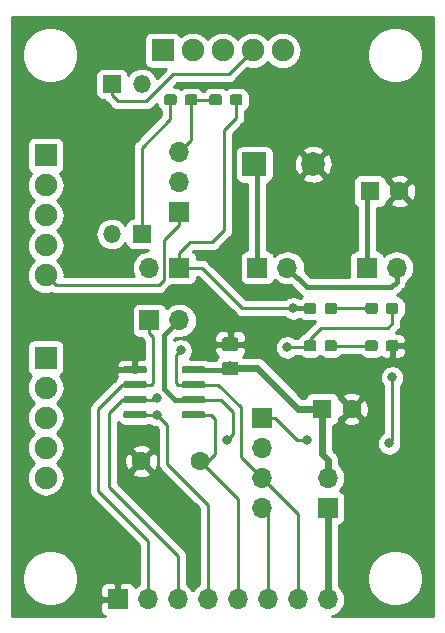
<source format=gbr>
G04 #@! TF.GenerationSoftware,KiCad,Pcbnew,(5.1.2-1)-1*
G04 #@! TF.CreationDate,2019-06-23T15:45:01-04:00*
G04 #@! TF.ProjectId,GR_555_DEV1.0,47525f35-3535-45f4-9445-56312e302e6b,rev?*
G04 #@! TF.SameCoordinates,Original*
G04 #@! TF.FileFunction,Copper,L1,Top*
G04 #@! TF.FilePolarity,Positive*
%FSLAX46Y46*%
G04 Gerber Fmt 4.6, Leading zero omitted, Abs format (unit mm)*
G04 Created by KiCad (PCBNEW (5.1.2-1)-1) date 2019-06-23 15:45:01*
%MOMM*%
%LPD*%
G04 APERTURE LIST*
%ADD10C,2.000000*%
%ADD11R,2.000000X2.000000*%
%ADD12O,1.700000X1.700000*%
%ADD13R,1.700000X1.700000*%
%ADD14C,0.100000*%
%ADD15C,0.950000*%
%ADD16C,1.600000*%
%ADD17C,0.600000*%
%ADD18R,1.600000X1.600000*%
%ADD19C,1.150000*%
%ADD20O,1.500000X1.500000*%
%ADD21R,1.500000X1.500000*%
%ADD22O,1.900000X1.900000*%
%ADD23R,1.900000X1.900000*%
%ADD24C,0.800000*%
%ADD25C,0.609600*%
%ADD26C,0.406400*%
%ADD27C,0.254000*%
%ADD28C,0.250000*%
G04 APERTURE END LIST*
D10*
X191309000Y-75311000D03*
D11*
X186309000Y-75311000D03*
D12*
X177419000Y-84074000D03*
D13*
X179959000Y-84074000D03*
X177419000Y-88519000D03*
D12*
X179959000Y-88519000D03*
D13*
X186563000Y-84074000D03*
D12*
X189103000Y-84074000D03*
X198374000Y-84074000D03*
D13*
X195834000Y-84074000D03*
D12*
X192532000Y-112141000D03*
X189992000Y-112141000D03*
X187452000Y-112141000D03*
X184912000Y-112141000D03*
X182372000Y-112141000D03*
X179832000Y-112141000D03*
X177292000Y-112141000D03*
D13*
X174752000Y-112141000D03*
D14*
G36*
X198303779Y-87029144D02*
G01*
X198326834Y-87032563D01*
X198349443Y-87038227D01*
X198371387Y-87046079D01*
X198392457Y-87056044D01*
X198412448Y-87068026D01*
X198431168Y-87081910D01*
X198448438Y-87097562D01*
X198464090Y-87114832D01*
X198477974Y-87133552D01*
X198489956Y-87153543D01*
X198499921Y-87174613D01*
X198507773Y-87196557D01*
X198513437Y-87219166D01*
X198516856Y-87242221D01*
X198518000Y-87265500D01*
X198518000Y-87740500D01*
X198516856Y-87763779D01*
X198513437Y-87786834D01*
X198507773Y-87809443D01*
X198499921Y-87831387D01*
X198489956Y-87852457D01*
X198477974Y-87872448D01*
X198464090Y-87891168D01*
X198448438Y-87908438D01*
X198431168Y-87924090D01*
X198412448Y-87937974D01*
X198392457Y-87949956D01*
X198371387Y-87959921D01*
X198349443Y-87967773D01*
X198326834Y-87973437D01*
X198303779Y-87976856D01*
X198280500Y-87978000D01*
X197705500Y-87978000D01*
X197682221Y-87976856D01*
X197659166Y-87973437D01*
X197636557Y-87967773D01*
X197614613Y-87959921D01*
X197593543Y-87949956D01*
X197573552Y-87937974D01*
X197554832Y-87924090D01*
X197537562Y-87908438D01*
X197521910Y-87891168D01*
X197508026Y-87872448D01*
X197496044Y-87852457D01*
X197486079Y-87831387D01*
X197478227Y-87809443D01*
X197472563Y-87786834D01*
X197469144Y-87763779D01*
X197468000Y-87740500D01*
X197468000Y-87265500D01*
X197469144Y-87242221D01*
X197472563Y-87219166D01*
X197478227Y-87196557D01*
X197486079Y-87174613D01*
X197496044Y-87153543D01*
X197508026Y-87133552D01*
X197521910Y-87114832D01*
X197537562Y-87097562D01*
X197554832Y-87081910D01*
X197573552Y-87068026D01*
X197593543Y-87056044D01*
X197614613Y-87046079D01*
X197636557Y-87038227D01*
X197659166Y-87032563D01*
X197682221Y-87029144D01*
X197705500Y-87028000D01*
X198280500Y-87028000D01*
X198303779Y-87029144D01*
X198303779Y-87029144D01*
G37*
D15*
X197993000Y-87503000D03*
D14*
G36*
X196553779Y-87029144D02*
G01*
X196576834Y-87032563D01*
X196599443Y-87038227D01*
X196621387Y-87046079D01*
X196642457Y-87056044D01*
X196662448Y-87068026D01*
X196681168Y-87081910D01*
X196698438Y-87097562D01*
X196714090Y-87114832D01*
X196727974Y-87133552D01*
X196739956Y-87153543D01*
X196749921Y-87174613D01*
X196757773Y-87196557D01*
X196763437Y-87219166D01*
X196766856Y-87242221D01*
X196768000Y-87265500D01*
X196768000Y-87740500D01*
X196766856Y-87763779D01*
X196763437Y-87786834D01*
X196757773Y-87809443D01*
X196749921Y-87831387D01*
X196739956Y-87852457D01*
X196727974Y-87872448D01*
X196714090Y-87891168D01*
X196698438Y-87908438D01*
X196681168Y-87924090D01*
X196662448Y-87937974D01*
X196642457Y-87949956D01*
X196621387Y-87959921D01*
X196599443Y-87967773D01*
X196576834Y-87973437D01*
X196553779Y-87976856D01*
X196530500Y-87978000D01*
X195955500Y-87978000D01*
X195932221Y-87976856D01*
X195909166Y-87973437D01*
X195886557Y-87967773D01*
X195864613Y-87959921D01*
X195843543Y-87949956D01*
X195823552Y-87937974D01*
X195804832Y-87924090D01*
X195787562Y-87908438D01*
X195771910Y-87891168D01*
X195758026Y-87872448D01*
X195746044Y-87852457D01*
X195736079Y-87831387D01*
X195728227Y-87809443D01*
X195722563Y-87786834D01*
X195719144Y-87763779D01*
X195718000Y-87740500D01*
X195718000Y-87265500D01*
X195719144Y-87242221D01*
X195722563Y-87219166D01*
X195728227Y-87196557D01*
X195736079Y-87174613D01*
X195746044Y-87153543D01*
X195758026Y-87133552D01*
X195771910Y-87114832D01*
X195787562Y-87097562D01*
X195804832Y-87081910D01*
X195823552Y-87068026D01*
X195843543Y-87056044D01*
X195864613Y-87046079D01*
X195886557Y-87038227D01*
X195909166Y-87032563D01*
X195932221Y-87029144D01*
X195955500Y-87028000D01*
X196530500Y-87028000D01*
X196553779Y-87029144D01*
X196553779Y-87029144D01*
G37*
D15*
X196243000Y-87503000D03*
D14*
G36*
X196539779Y-90204144D02*
G01*
X196562834Y-90207563D01*
X196585443Y-90213227D01*
X196607387Y-90221079D01*
X196628457Y-90231044D01*
X196648448Y-90243026D01*
X196667168Y-90256910D01*
X196684438Y-90272562D01*
X196700090Y-90289832D01*
X196713974Y-90308552D01*
X196725956Y-90328543D01*
X196735921Y-90349613D01*
X196743773Y-90371557D01*
X196749437Y-90394166D01*
X196752856Y-90417221D01*
X196754000Y-90440500D01*
X196754000Y-90915500D01*
X196752856Y-90938779D01*
X196749437Y-90961834D01*
X196743773Y-90984443D01*
X196735921Y-91006387D01*
X196725956Y-91027457D01*
X196713974Y-91047448D01*
X196700090Y-91066168D01*
X196684438Y-91083438D01*
X196667168Y-91099090D01*
X196648448Y-91112974D01*
X196628457Y-91124956D01*
X196607387Y-91134921D01*
X196585443Y-91142773D01*
X196562834Y-91148437D01*
X196539779Y-91151856D01*
X196516500Y-91153000D01*
X195941500Y-91153000D01*
X195918221Y-91151856D01*
X195895166Y-91148437D01*
X195872557Y-91142773D01*
X195850613Y-91134921D01*
X195829543Y-91124956D01*
X195809552Y-91112974D01*
X195790832Y-91099090D01*
X195773562Y-91083438D01*
X195757910Y-91066168D01*
X195744026Y-91047448D01*
X195732044Y-91027457D01*
X195722079Y-91006387D01*
X195714227Y-90984443D01*
X195708563Y-90961834D01*
X195705144Y-90938779D01*
X195704000Y-90915500D01*
X195704000Y-90440500D01*
X195705144Y-90417221D01*
X195708563Y-90394166D01*
X195714227Y-90371557D01*
X195722079Y-90349613D01*
X195732044Y-90328543D01*
X195744026Y-90308552D01*
X195757910Y-90289832D01*
X195773562Y-90272562D01*
X195790832Y-90256910D01*
X195809552Y-90243026D01*
X195829543Y-90231044D01*
X195850613Y-90221079D01*
X195872557Y-90213227D01*
X195895166Y-90207563D01*
X195918221Y-90204144D01*
X195941500Y-90203000D01*
X196516500Y-90203000D01*
X196539779Y-90204144D01*
X196539779Y-90204144D01*
G37*
D15*
X196229000Y-90678000D03*
D14*
G36*
X198289779Y-90204144D02*
G01*
X198312834Y-90207563D01*
X198335443Y-90213227D01*
X198357387Y-90221079D01*
X198378457Y-90231044D01*
X198398448Y-90243026D01*
X198417168Y-90256910D01*
X198434438Y-90272562D01*
X198450090Y-90289832D01*
X198463974Y-90308552D01*
X198475956Y-90328543D01*
X198485921Y-90349613D01*
X198493773Y-90371557D01*
X198499437Y-90394166D01*
X198502856Y-90417221D01*
X198504000Y-90440500D01*
X198504000Y-90915500D01*
X198502856Y-90938779D01*
X198499437Y-90961834D01*
X198493773Y-90984443D01*
X198485921Y-91006387D01*
X198475956Y-91027457D01*
X198463974Y-91047448D01*
X198450090Y-91066168D01*
X198434438Y-91083438D01*
X198417168Y-91099090D01*
X198398448Y-91112974D01*
X198378457Y-91124956D01*
X198357387Y-91134921D01*
X198335443Y-91142773D01*
X198312834Y-91148437D01*
X198289779Y-91151856D01*
X198266500Y-91153000D01*
X197691500Y-91153000D01*
X197668221Y-91151856D01*
X197645166Y-91148437D01*
X197622557Y-91142773D01*
X197600613Y-91134921D01*
X197579543Y-91124956D01*
X197559552Y-91112974D01*
X197540832Y-91099090D01*
X197523562Y-91083438D01*
X197507910Y-91066168D01*
X197494026Y-91047448D01*
X197482044Y-91027457D01*
X197472079Y-91006387D01*
X197464227Y-90984443D01*
X197458563Y-90961834D01*
X197455144Y-90938779D01*
X197454000Y-90915500D01*
X197454000Y-90440500D01*
X197455144Y-90417221D01*
X197458563Y-90394166D01*
X197464227Y-90371557D01*
X197472079Y-90349613D01*
X197482044Y-90328543D01*
X197494026Y-90308552D01*
X197507910Y-90289832D01*
X197523562Y-90272562D01*
X197540832Y-90256910D01*
X197559552Y-90243026D01*
X197579543Y-90231044D01*
X197600613Y-90221079D01*
X197622557Y-90213227D01*
X197645166Y-90207563D01*
X197668221Y-90204144D01*
X197691500Y-90203000D01*
X198266500Y-90203000D01*
X198289779Y-90204144D01*
X198289779Y-90204144D01*
G37*
D15*
X197979000Y-90678000D03*
D14*
G36*
X191346779Y-87029144D02*
G01*
X191369834Y-87032563D01*
X191392443Y-87038227D01*
X191414387Y-87046079D01*
X191435457Y-87056044D01*
X191455448Y-87068026D01*
X191474168Y-87081910D01*
X191491438Y-87097562D01*
X191507090Y-87114832D01*
X191520974Y-87133552D01*
X191532956Y-87153543D01*
X191542921Y-87174613D01*
X191550773Y-87196557D01*
X191556437Y-87219166D01*
X191559856Y-87242221D01*
X191561000Y-87265500D01*
X191561000Y-87740500D01*
X191559856Y-87763779D01*
X191556437Y-87786834D01*
X191550773Y-87809443D01*
X191542921Y-87831387D01*
X191532956Y-87852457D01*
X191520974Y-87872448D01*
X191507090Y-87891168D01*
X191491438Y-87908438D01*
X191474168Y-87924090D01*
X191455448Y-87937974D01*
X191435457Y-87949956D01*
X191414387Y-87959921D01*
X191392443Y-87967773D01*
X191369834Y-87973437D01*
X191346779Y-87976856D01*
X191323500Y-87978000D01*
X190748500Y-87978000D01*
X190725221Y-87976856D01*
X190702166Y-87973437D01*
X190679557Y-87967773D01*
X190657613Y-87959921D01*
X190636543Y-87949956D01*
X190616552Y-87937974D01*
X190597832Y-87924090D01*
X190580562Y-87908438D01*
X190564910Y-87891168D01*
X190551026Y-87872448D01*
X190539044Y-87852457D01*
X190529079Y-87831387D01*
X190521227Y-87809443D01*
X190515563Y-87786834D01*
X190512144Y-87763779D01*
X190511000Y-87740500D01*
X190511000Y-87265500D01*
X190512144Y-87242221D01*
X190515563Y-87219166D01*
X190521227Y-87196557D01*
X190529079Y-87174613D01*
X190539044Y-87153543D01*
X190551026Y-87133552D01*
X190564910Y-87114832D01*
X190580562Y-87097562D01*
X190597832Y-87081910D01*
X190616552Y-87068026D01*
X190636543Y-87056044D01*
X190657613Y-87046079D01*
X190679557Y-87038227D01*
X190702166Y-87032563D01*
X190725221Y-87029144D01*
X190748500Y-87028000D01*
X191323500Y-87028000D01*
X191346779Y-87029144D01*
X191346779Y-87029144D01*
G37*
D15*
X191036000Y-87503000D03*
D14*
G36*
X193096779Y-87029144D02*
G01*
X193119834Y-87032563D01*
X193142443Y-87038227D01*
X193164387Y-87046079D01*
X193185457Y-87056044D01*
X193205448Y-87068026D01*
X193224168Y-87081910D01*
X193241438Y-87097562D01*
X193257090Y-87114832D01*
X193270974Y-87133552D01*
X193282956Y-87153543D01*
X193292921Y-87174613D01*
X193300773Y-87196557D01*
X193306437Y-87219166D01*
X193309856Y-87242221D01*
X193311000Y-87265500D01*
X193311000Y-87740500D01*
X193309856Y-87763779D01*
X193306437Y-87786834D01*
X193300773Y-87809443D01*
X193292921Y-87831387D01*
X193282956Y-87852457D01*
X193270974Y-87872448D01*
X193257090Y-87891168D01*
X193241438Y-87908438D01*
X193224168Y-87924090D01*
X193205448Y-87937974D01*
X193185457Y-87949956D01*
X193164387Y-87959921D01*
X193142443Y-87967773D01*
X193119834Y-87973437D01*
X193096779Y-87976856D01*
X193073500Y-87978000D01*
X192498500Y-87978000D01*
X192475221Y-87976856D01*
X192452166Y-87973437D01*
X192429557Y-87967773D01*
X192407613Y-87959921D01*
X192386543Y-87949956D01*
X192366552Y-87937974D01*
X192347832Y-87924090D01*
X192330562Y-87908438D01*
X192314910Y-87891168D01*
X192301026Y-87872448D01*
X192289044Y-87852457D01*
X192279079Y-87831387D01*
X192271227Y-87809443D01*
X192265563Y-87786834D01*
X192262144Y-87763779D01*
X192261000Y-87740500D01*
X192261000Y-87265500D01*
X192262144Y-87242221D01*
X192265563Y-87219166D01*
X192271227Y-87196557D01*
X192279079Y-87174613D01*
X192289044Y-87153543D01*
X192301026Y-87133552D01*
X192314910Y-87114832D01*
X192330562Y-87097562D01*
X192347832Y-87081910D01*
X192366552Y-87068026D01*
X192386543Y-87056044D01*
X192407613Y-87046079D01*
X192429557Y-87038227D01*
X192452166Y-87032563D01*
X192475221Y-87029144D01*
X192498500Y-87028000D01*
X193073500Y-87028000D01*
X193096779Y-87029144D01*
X193096779Y-87029144D01*
G37*
D15*
X192786000Y-87503000D03*
D16*
X181737000Y-100457000D03*
X176737000Y-100457000D03*
D14*
G36*
X193096779Y-90204144D02*
G01*
X193119834Y-90207563D01*
X193142443Y-90213227D01*
X193164387Y-90221079D01*
X193185457Y-90231044D01*
X193205448Y-90243026D01*
X193224168Y-90256910D01*
X193241438Y-90272562D01*
X193257090Y-90289832D01*
X193270974Y-90308552D01*
X193282956Y-90328543D01*
X193292921Y-90349613D01*
X193300773Y-90371557D01*
X193306437Y-90394166D01*
X193309856Y-90417221D01*
X193311000Y-90440500D01*
X193311000Y-90915500D01*
X193309856Y-90938779D01*
X193306437Y-90961834D01*
X193300773Y-90984443D01*
X193292921Y-91006387D01*
X193282956Y-91027457D01*
X193270974Y-91047448D01*
X193257090Y-91066168D01*
X193241438Y-91083438D01*
X193224168Y-91099090D01*
X193205448Y-91112974D01*
X193185457Y-91124956D01*
X193164387Y-91134921D01*
X193142443Y-91142773D01*
X193119834Y-91148437D01*
X193096779Y-91151856D01*
X193073500Y-91153000D01*
X192498500Y-91153000D01*
X192475221Y-91151856D01*
X192452166Y-91148437D01*
X192429557Y-91142773D01*
X192407613Y-91134921D01*
X192386543Y-91124956D01*
X192366552Y-91112974D01*
X192347832Y-91099090D01*
X192330562Y-91083438D01*
X192314910Y-91066168D01*
X192301026Y-91047448D01*
X192289044Y-91027457D01*
X192279079Y-91006387D01*
X192271227Y-90984443D01*
X192265563Y-90961834D01*
X192262144Y-90938779D01*
X192261000Y-90915500D01*
X192261000Y-90440500D01*
X192262144Y-90417221D01*
X192265563Y-90394166D01*
X192271227Y-90371557D01*
X192279079Y-90349613D01*
X192289044Y-90328543D01*
X192301026Y-90308552D01*
X192314910Y-90289832D01*
X192330562Y-90272562D01*
X192347832Y-90256910D01*
X192366552Y-90243026D01*
X192386543Y-90231044D01*
X192407613Y-90221079D01*
X192429557Y-90213227D01*
X192452166Y-90207563D01*
X192475221Y-90204144D01*
X192498500Y-90203000D01*
X193073500Y-90203000D01*
X193096779Y-90204144D01*
X193096779Y-90204144D01*
G37*
D15*
X192786000Y-90678000D03*
D14*
G36*
X191346779Y-90204144D02*
G01*
X191369834Y-90207563D01*
X191392443Y-90213227D01*
X191414387Y-90221079D01*
X191435457Y-90231044D01*
X191455448Y-90243026D01*
X191474168Y-90256910D01*
X191491438Y-90272562D01*
X191507090Y-90289832D01*
X191520974Y-90308552D01*
X191532956Y-90328543D01*
X191542921Y-90349613D01*
X191550773Y-90371557D01*
X191556437Y-90394166D01*
X191559856Y-90417221D01*
X191561000Y-90440500D01*
X191561000Y-90915500D01*
X191559856Y-90938779D01*
X191556437Y-90961834D01*
X191550773Y-90984443D01*
X191542921Y-91006387D01*
X191532956Y-91027457D01*
X191520974Y-91047448D01*
X191507090Y-91066168D01*
X191491438Y-91083438D01*
X191474168Y-91099090D01*
X191455448Y-91112974D01*
X191435457Y-91124956D01*
X191414387Y-91134921D01*
X191392443Y-91142773D01*
X191369834Y-91148437D01*
X191346779Y-91151856D01*
X191323500Y-91153000D01*
X190748500Y-91153000D01*
X190725221Y-91151856D01*
X190702166Y-91148437D01*
X190679557Y-91142773D01*
X190657613Y-91134921D01*
X190636543Y-91124956D01*
X190616552Y-91112974D01*
X190597832Y-91099090D01*
X190580562Y-91083438D01*
X190564910Y-91066168D01*
X190551026Y-91047448D01*
X190539044Y-91027457D01*
X190529079Y-91006387D01*
X190521227Y-90984443D01*
X190515563Y-90961834D01*
X190512144Y-90938779D01*
X190511000Y-90915500D01*
X190511000Y-90440500D01*
X190512144Y-90417221D01*
X190515563Y-90394166D01*
X190521227Y-90371557D01*
X190529079Y-90349613D01*
X190539044Y-90328543D01*
X190551026Y-90308552D01*
X190564910Y-90289832D01*
X190580562Y-90272562D01*
X190597832Y-90256910D01*
X190616552Y-90243026D01*
X190636543Y-90231044D01*
X190657613Y-90221079D01*
X190679557Y-90213227D01*
X190702166Y-90207563D01*
X190725221Y-90204144D01*
X190748500Y-90203000D01*
X191323500Y-90203000D01*
X191346779Y-90204144D01*
X191346779Y-90204144D01*
G37*
D15*
X191036000Y-90678000D03*
D14*
G36*
X177053703Y-92410722D02*
G01*
X177068264Y-92412882D01*
X177082543Y-92416459D01*
X177096403Y-92421418D01*
X177109710Y-92427712D01*
X177122336Y-92435280D01*
X177134159Y-92444048D01*
X177145066Y-92453934D01*
X177154952Y-92464841D01*
X177163720Y-92476664D01*
X177171288Y-92489290D01*
X177177582Y-92502597D01*
X177182541Y-92516457D01*
X177186118Y-92530736D01*
X177188278Y-92545297D01*
X177189000Y-92560000D01*
X177189000Y-92860000D01*
X177188278Y-92874703D01*
X177186118Y-92889264D01*
X177182541Y-92903543D01*
X177177582Y-92917403D01*
X177171288Y-92930710D01*
X177163720Y-92943336D01*
X177154952Y-92955159D01*
X177145066Y-92966066D01*
X177134159Y-92975952D01*
X177122336Y-92984720D01*
X177109710Y-92992288D01*
X177096403Y-92998582D01*
X177082543Y-93003541D01*
X177068264Y-93007118D01*
X177053703Y-93009278D01*
X177039000Y-93010000D01*
X175389000Y-93010000D01*
X175374297Y-93009278D01*
X175359736Y-93007118D01*
X175345457Y-93003541D01*
X175331597Y-92998582D01*
X175318290Y-92992288D01*
X175305664Y-92984720D01*
X175293841Y-92975952D01*
X175282934Y-92966066D01*
X175273048Y-92955159D01*
X175264280Y-92943336D01*
X175256712Y-92930710D01*
X175250418Y-92917403D01*
X175245459Y-92903543D01*
X175241882Y-92889264D01*
X175239722Y-92874703D01*
X175239000Y-92860000D01*
X175239000Y-92560000D01*
X175239722Y-92545297D01*
X175241882Y-92530736D01*
X175245459Y-92516457D01*
X175250418Y-92502597D01*
X175256712Y-92489290D01*
X175264280Y-92476664D01*
X175273048Y-92464841D01*
X175282934Y-92453934D01*
X175293841Y-92444048D01*
X175305664Y-92435280D01*
X175318290Y-92427712D01*
X175331597Y-92421418D01*
X175345457Y-92416459D01*
X175359736Y-92412882D01*
X175374297Y-92410722D01*
X175389000Y-92410000D01*
X177039000Y-92410000D01*
X177053703Y-92410722D01*
X177053703Y-92410722D01*
G37*
D17*
X176214000Y-92710000D03*
D14*
G36*
X177053703Y-93680722D02*
G01*
X177068264Y-93682882D01*
X177082543Y-93686459D01*
X177096403Y-93691418D01*
X177109710Y-93697712D01*
X177122336Y-93705280D01*
X177134159Y-93714048D01*
X177145066Y-93723934D01*
X177154952Y-93734841D01*
X177163720Y-93746664D01*
X177171288Y-93759290D01*
X177177582Y-93772597D01*
X177182541Y-93786457D01*
X177186118Y-93800736D01*
X177188278Y-93815297D01*
X177189000Y-93830000D01*
X177189000Y-94130000D01*
X177188278Y-94144703D01*
X177186118Y-94159264D01*
X177182541Y-94173543D01*
X177177582Y-94187403D01*
X177171288Y-94200710D01*
X177163720Y-94213336D01*
X177154952Y-94225159D01*
X177145066Y-94236066D01*
X177134159Y-94245952D01*
X177122336Y-94254720D01*
X177109710Y-94262288D01*
X177096403Y-94268582D01*
X177082543Y-94273541D01*
X177068264Y-94277118D01*
X177053703Y-94279278D01*
X177039000Y-94280000D01*
X175389000Y-94280000D01*
X175374297Y-94279278D01*
X175359736Y-94277118D01*
X175345457Y-94273541D01*
X175331597Y-94268582D01*
X175318290Y-94262288D01*
X175305664Y-94254720D01*
X175293841Y-94245952D01*
X175282934Y-94236066D01*
X175273048Y-94225159D01*
X175264280Y-94213336D01*
X175256712Y-94200710D01*
X175250418Y-94187403D01*
X175245459Y-94173543D01*
X175241882Y-94159264D01*
X175239722Y-94144703D01*
X175239000Y-94130000D01*
X175239000Y-93830000D01*
X175239722Y-93815297D01*
X175241882Y-93800736D01*
X175245459Y-93786457D01*
X175250418Y-93772597D01*
X175256712Y-93759290D01*
X175264280Y-93746664D01*
X175273048Y-93734841D01*
X175282934Y-93723934D01*
X175293841Y-93714048D01*
X175305664Y-93705280D01*
X175318290Y-93697712D01*
X175331597Y-93691418D01*
X175345457Y-93686459D01*
X175359736Y-93682882D01*
X175374297Y-93680722D01*
X175389000Y-93680000D01*
X177039000Y-93680000D01*
X177053703Y-93680722D01*
X177053703Y-93680722D01*
G37*
D17*
X176214000Y-93980000D03*
D14*
G36*
X177053703Y-94950722D02*
G01*
X177068264Y-94952882D01*
X177082543Y-94956459D01*
X177096403Y-94961418D01*
X177109710Y-94967712D01*
X177122336Y-94975280D01*
X177134159Y-94984048D01*
X177145066Y-94993934D01*
X177154952Y-95004841D01*
X177163720Y-95016664D01*
X177171288Y-95029290D01*
X177177582Y-95042597D01*
X177182541Y-95056457D01*
X177186118Y-95070736D01*
X177188278Y-95085297D01*
X177189000Y-95100000D01*
X177189000Y-95400000D01*
X177188278Y-95414703D01*
X177186118Y-95429264D01*
X177182541Y-95443543D01*
X177177582Y-95457403D01*
X177171288Y-95470710D01*
X177163720Y-95483336D01*
X177154952Y-95495159D01*
X177145066Y-95506066D01*
X177134159Y-95515952D01*
X177122336Y-95524720D01*
X177109710Y-95532288D01*
X177096403Y-95538582D01*
X177082543Y-95543541D01*
X177068264Y-95547118D01*
X177053703Y-95549278D01*
X177039000Y-95550000D01*
X175389000Y-95550000D01*
X175374297Y-95549278D01*
X175359736Y-95547118D01*
X175345457Y-95543541D01*
X175331597Y-95538582D01*
X175318290Y-95532288D01*
X175305664Y-95524720D01*
X175293841Y-95515952D01*
X175282934Y-95506066D01*
X175273048Y-95495159D01*
X175264280Y-95483336D01*
X175256712Y-95470710D01*
X175250418Y-95457403D01*
X175245459Y-95443543D01*
X175241882Y-95429264D01*
X175239722Y-95414703D01*
X175239000Y-95400000D01*
X175239000Y-95100000D01*
X175239722Y-95085297D01*
X175241882Y-95070736D01*
X175245459Y-95056457D01*
X175250418Y-95042597D01*
X175256712Y-95029290D01*
X175264280Y-95016664D01*
X175273048Y-95004841D01*
X175282934Y-94993934D01*
X175293841Y-94984048D01*
X175305664Y-94975280D01*
X175318290Y-94967712D01*
X175331597Y-94961418D01*
X175345457Y-94956459D01*
X175359736Y-94952882D01*
X175374297Y-94950722D01*
X175389000Y-94950000D01*
X177039000Y-94950000D01*
X177053703Y-94950722D01*
X177053703Y-94950722D01*
G37*
D17*
X176214000Y-95250000D03*
D14*
G36*
X177053703Y-96220722D02*
G01*
X177068264Y-96222882D01*
X177082543Y-96226459D01*
X177096403Y-96231418D01*
X177109710Y-96237712D01*
X177122336Y-96245280D01*
X177134159Y-96254048D01*
X177145066Y-96263934D01*
X177154952Y-96274841D01*
X177163720Y-96286664D01*
X177171288Y-96299290D01*
X177177582Y-96312597D01*
X177182541Y-96326457D01*
X177186118Y-96340736D01*
X177188278Y-96355297D01*
X177189000Y-96370000D01*
X177189000Y-96670000D01*
X177188278Y-96684703D01*
X177186118Y-96699264D01*
X177182541Y-96713543D01*
X177177582Y-96727403D01*
X177171288Y-96740710D01*
X177163720Y-96753336D01*
X177154952Y-96765159D01*
X177145066Y-96776066D01*
X177134159Y-96785952D01*
X177122336Y-96794720D01*
X177109710Y-96802288D01*
X177096403Y-96808582D01*
X177082543Y-96813541D01*
X177068264Y-96817118D01*
X177053703Y-96819278D01*
X177039000Y-96820000D01*
X175389000Y-96820000D01*
X175374297Y-96819278D01*
X175359736Y-96817118D01*
X175345457Y-96813541D01*
X175331597Y-96808582D01*
X175318290Y-96802288D01*
X175305664Y-96794720D01*
X175293841Y-96785952D01*
X175282934Y-96776066D01*
X175273048Y-96765159D01*
X175264280Y-96753336D01*
X175256712Y-96740710D01*
X175250418Y-96727403D01*
X175245459Y-96713543D01*
X175241882Y-96699264D01*
X175239722Y-96684703D01*
X175239000Y-96670000D01*
X175239000Y-96370000D01*
X175239722Y-96355297D01*
X175241882Y-96340736D01*
X175245459Y-96326457D01*
X175250418Y-96312597D01*
X175256712Y-96299290D01*
X175264280Y-96286664D01*
X175273048Y-96274841D01*
X175282934Y-96263934D01*
X175293841Y-96254048D01*
X175305664Y-96245280D01*
X175318290Y-96237712D01*
X175331597Y-96231418D01*
X175345457Y-96226459D01*
X175359736Y-96222882D01*
X175374297Y-96220722D01*
X175389000Y-96220000D01*
X177039000Y-96220000D01*
X177053703Y-96220722D01*
X177053703Y-96220722D01*
G37*
D17*
X176214000Y-96520000D03*
D14*
G36*
X182003703Y-96220722D02*
G01*
X182018264Y-96222882D01*
X182032543Y-96226459D01*
X182046403Y-96231418D01*
X182059710Y-96237712D01*
X182072336Y-96245280D01*
X182084159Y-96254048D01*
X182095066Y-96263934D01*
X182104952Y-96274841D01*
X182113720Y-96286664D01*
X182121288Y-96299290D01*
X182127582Y-96312597D01*
X182132541Y-96326457D01*
X182136118Y-96340736D01*
X182138278Y-96355297D01*
X182139000Y-96370000D01*
X182139000Y-96670000D01*
X182138278Y-96684703D01*
X182136118Y-96699264D01*
X182132541Y-96713543D01*
X182127582Y-96727403D01*
X182121288Y-96740710D01*
X182113720Y-96753336D01*
X182104952Y-96765159D01*
X182095066Y-96776066D01*
X182084159Y-96785952D01*
X182072336Y-96794720D01*
X182059710Y-96802288D01*
X182046403Y-96808582D01*
X182032543Y-96813541D01*
X182018264Y-96817118D01*
X182003703Y-96819278D01*
X181989000Y-96820000D01*
X180339000Y-96820000D01*
X180324297Y-96819278D01*
X180309736Y-96817118D01*
X180295457Y-96813541D01*
X180281597Y-96808582D01*
X180268290Y-96802288D01*
X180255664Y-96794720D01*
X180243841Y-96785952D01*
X180232934Y-96776066D01*
X180223048Y-96765159D01*
X180214280Y-96753336D01*
X180206712Y-96740710D01*
X180200418Y-96727403D01*
X180195459Y-96713543D01*
X180191882Y-96699264D01*
X180189722Y-96684703D01*
X180189000Y-96670000D01*
X180189000Y-96370000D01*
X180189722Y-96355297D01*
X180191882Y-96340736D01*
X180195459Y-96326457D01*
X180200418Y-96312597D01*
X180206712Y-96299290D01*
X180214280Y-96286664D01*
X180223048Y-96274841D01*
X180232934Y-96263934D01*
X180243841Y-96254048D01*
X180255664Y-96245280D01*
X180268290Y-96237712D01*
X180281597Y-96231418D01*
X180295457Y-96226459D01*
X180309736Y-96222882D01*
X180324297Y-96220722D01*
X180339000Y-96220000D01*
X181989000Y-96220000D01*
X182003703Y-96220722D01*
X182003703Y-96220722D01*
G37*
D17*
X181164000Y-96520000D03*
D14*
G36*
X182003703Y-94950722D02*
G01*
X182018264Y-94952882D01*
X182032543Y-94956459D01*
X182046403Y-94961418D01*
X182059710Y-94967712D01*
X182072336Y-94975280D01*
X182084159Y-94984048D01*
X182095066Y-94993934D01*
X182104952Y-95004841D01*
X182113720Y-95016664D01*
X182121288Y-95029290D01*
X182127582Y-95042597D01*
X182132541Y-95056457D01*
X182136118Y-95070736D01*
X182138278Y-95085297D01*
X182139000Y-95100000D01*
X182139000Y-95400000D01*
X182138278Y-95414703D01*
X182136118Y-95429264D01*
X182132541Y-95443543D01*
X182127582Y-95457403D01*
X182121288Y-95470710D01*
X182113720Y-95483336D01*
X182104952Y-95495159D01*
X182095066Y-95506066D01*
X182084159Y-95515952D01*
X182072336Y-95524720D01*
X182059710Y-95532288D01*
X182046403Y-95538582D01*
X182032543Y-95543541D01*
X182018264Y-95547118D01*
X182003703Y-95549278D01*
X181989000Y-95550000D01*
X180339000Y-95550000D01*
X180324297Y-95549278D01*
X180309736Y-95547118D01*
X180295457Y-95543541D01*
X180281597Y-95538582D01*
X180268290Y-95532288D01*
X180255664Y-95524720D01*
X180243841Y-95515952D01*
X180232934Y-95506066D01*
X180223048Y-95495159D01*
X180214280Y-95483336D01*
X180206712Y-95470710D01*
X180200418Y-95457403D01*
X180195459Y-95443543D01*
X180191882Y-95429264D01*
X180189722Y-95414703D01*
X180189000Y-95400000D01*
X180189000Y-95100000D01*
X180189722Y-95085297D01*
X180191882Y-95070736D01*
X180195459Y-95056457D01*
X180200418Y-95042597D01*
X180206712Y-95029290D01*
X180214280Y-95016664D01*
X180223048Y-95004841D01*
X180232934Y-94993934D01*
X180243841Y-94984048D01*
X180255664Y-94975280D01*
X180268290Y-94967712D01*
X180281597Y-94961418D01*
X180295457Y-94956459D01*
X180309736Y-94952882D01*
X180324297Y-94950722D01*
X180339000Y-94950000D01*
X181989000Y-94950000D01*
X182003703Y-94950722D01*
X182003703Y-94950722D01*
G37*
D17*
X181164000Y-95250000D03*
D14*
G36*
X182003703Y-93680722D02*
G01*
X182018264Y-93682882D01*
X182032543Y-93686459D01*
X182046403Y-93691418D01*
X182059710Y-93697712D01*
X182072336Y-93705280D01*
X182084159Y-93714048D01*
X182095066Y-93723934D01*
X182104952Y-93734841D01*
X182113720Y-93746664D01*
X182121288Y-93759290D01*
X182127582Y-93772597D01*
X182132541Y-93786457D01*
X182136118Y-93800736D01*
X182138278Y-93815297D01*
X182139000Y-93830000D01*
X182139000Y-94130000D01*
X182138278Y-94144703D01*
X182136118Y-94159264D01*
X182132541Y-94173543D01*
X182127582Y-94187403D01*
X182121288Y-94200710D01*
X182113720Y-94213336D01*
X182104952Y-94225159D01*
X182095066Y-94236066D01*
X182084159Y-94245952D01*
X182072336Y-94254720D01*
X182059710Y-94262288D01*
X182046403Y-94268582D01*
X182032543Y-94273541D01*
X182018264Y-94277118D01*
X182003703Y-94279278D01*
X181989000Y-94280000D01*
X180339000Y-94280000D01*
X180324297Y-94279278D01*
X180309736Y-94277118D01*
X180295457Y-94273541D01*
X180281597Y-94268582D01*
X180268290Y-94262288D01*
X180255664Y-94254720D01*
X180243841Y-94245952D01*
X180232934Y-94236066D01*
X180223048Y-94225159D01*
X180214280Y-94213336D01*
X180206712Y-94200710D01*
X180200418Y-94187403D01*
X180195459Y-94173543D01*
X180191882Y-94159264D01*
X180189722Y-94144703D01*
X180189000Y-94130000D01*
X180189000Y-93830000D01*
X180189722Y-93815297D01*
X180191882Y-93800736D01*
X180195459Y-93786457D01*
X180200418Y-93772597D01*
X180206712Y-93759290D01*
X180214280Y-93746664D01*
X180223048Y-93734841D01*
X180232934Y-93723934D01*
X180243841Y-93714048D01*
X180255664Y-93705280D01*
X180268290Y-93697712D01*
X180281597Y-93691418D01*
X180295457Y-93686459D01*
X180309736Y-93682882D01*
X180324297Y-93680722D01*
X180339000Y-93680000D01*
X181989000Y-93680000D01*
X182003703Y-93680722D01*
X182003703Y-93680722D01*
G37*
D17*
X181164000Y-93980000D03*
D14*
G36*
X182003703Y-92410722D02*
G01*
X182018264Y-92412882D01*
X182032543Y-92416459D01*
X182046403Y-92421418D01*
X182059710Y-92427712D01*
X182072336Y-92435280D01*
X182084159Y-92444048D01*
X182095066Y-92453934D01*
X182104952Y-92464841D01*
X182113720Y-92476664D01*
X182121288Y-92489290D01*
X182127582Y-92502597D01*
X182132541Y-92516457D01*
X182136118Y-92530736D01*
X182138278Y-92545297D01*
X182139000Y-92560000D01*
X182139000Y-92860000D01*
X182138278Y-92874703D01*
X182136118Y-92889264D01*
X182132541Y-92903543D01*
X182127582Y-92917403D01*
X182121288Y-92930710D01*
X182113720Y-92943336D01*
X182104952Y-92955159D01*
X182095066Y-92966066D01*
X182084159Y-92975952D01*
X182072336Y-92984720D01*
X182059710Y-92992288D01*
X182046403Y-92998582D01*
X182032543Y-93003541D01*
X182018264Y-93007118D01*
X182003703Y-93009278D01*
X181989000Y-93010000D01*
X180339000Y-93010000D01*
X180324297Y-93009278D01*
X180309736Y-93007118D01*
X180295457Y-93003541D01*
X180281597Y-92998582D01*
X180268290Y-92992288D01*
X180255664Y-92984720D01*
X180243841Y-92975952D01*
X180232934Y-92966066D01*
X180223048Y-92955159D01*
X180214280Y-92943336D01*
X180206712Y-92930710D01*
X180200418Y-92917403D01*
X180195459Y-92903543D01*
X180191882Y-92889264D01*
X180189722Y-92874703D01*
X180189000Y-92860000D01*
X180189000Y-92560000D01*
X180189722Y-92545297D01*
X180191882Y-92530736D01*
X180195459Y-92516457D01*
X180200418Y-92502597D01*
X180206712Y-92489290D01*
X180214280Y-92476664D01*
X180223048Y-92464841D01*
X180232934Y-92453934D01*
X180243841Y-92444048D01*
X180255664Y-92435280D01*
X180268290Y-92427712D01*
X180281597Y-92421418D01*
X180295457Y-92416459D01*
X180309736Y-92412882D01*
X180324297Y-92410722D01*
X180339000Y-92410000D01*
X181989000Y-92410000D01*
X182003703Y-92410722D01*
X182003703Y-92410722D01*
G37*
D17*
X181164000Y-92710000D03*
D18*
X196088000Y-77597000D03*
D16*
X198588000Y-77597000D03*
X194564000Y-96012000D03*
D18*
X192064000Y-96012000D03*
D13*
X192532000Y-104394000D03*
D12*
X192532000Y-101854000D03*
D14*
G36*
X184751505Y-92018204D02*
G01*
X184775773Y-92021804D01*
X184799572Y-92027765D01*
X184822671Y-92036030D01*
X184844850Y-92046520D01*
X184865893Y-92059132D01*
X184885599Y-92073747D01*
X184903777Y-92090223D01*
X184920253Y-92108401D01*
X184934868Y-92128107D01*
X184947480Y-92149150D01*
X184957970Y-92171329D01*
X184966235Y-92194428D01*
X184972196Y-92218227D01*
X184975796Y-92242495D01*
X184977000Y-92266999D01*
X184977000Y-92917001D01*
X184975796Y-92941505D01*
X184972196Y-92965773D01*
X184966235Y-92989572D01*
X184957970Y-93012671D01*
X184947480Y-93034850D01*
X184934868Y-93055893D01*
X184920253Y-93075599D01*
X184903777Y-93093777D01*
X184885599Y-93110253D01*
X184865893Y-93124868D01*
X184844850Y-93137480D01*
X184822671Y-93147970D01*
X184799572Y-93156235D01*
X184775773Y-93162196D01*
X184751505Y-93165796D01*
X184727001Y-93167000D01*
X183826999Y-93167000D01*
X183802495Y-93165796D01*
X183778227Y-93162196D01*
X183754428Y-93156235D01*
X183731329Y-93147970D01*
X183709150Y-93137480D01*
X183688107Y-93124868D01*
X183668401Y-93110253D01*
X183650223Y-93093777D01*
X183633747Y-93075599D01*
X183619132Y-93055893D01*
X183606520Y-93034850D01*
X183596030Y-93012671D01*
X183587765Y-92989572D01*
X183581804Y-92965773D01*
X183578204Y-92941505D01*
X183577000Y-92917001D01*
X183577000Y-92266999D01*
X183578204Y-92242495D01*
X183581804Y-92218227D01*
X183587765Y-92194428D01*
X183596030Y-92171329D01*
X183606520Y-92149150D01*
X183619132Y-92128107D01*
X183633747Y-92108401D01*
X183650223Y-92090223D01*
X183668401Y-92073747D01*
X183688107Y-92059132D01*
X183709150Y-92046520D01*
X183731329Y-92036030D01*
X183754428Y-92027765D01*
X183778227Y-92021804D01*
X183802495Y-92018204D01*
X183826999Y-92017000D01*
X184727001Y-92017000D01*
X184751505Y-92018204D01*
X184751505Y-92018204D01*
G37*
D19*
X184277000Y-92592000D03*
D14*
G36*
X184751505Y-89968204D02*
G01*
X184775773Y-89971804D01*
X184799572Y-89977765D01*
X184822671Y-89986030D01*
X184844850Y-89996520D01*
X184865893Y-90009132D01*
X184885599Y-90023747D01*
X184903777Y-90040223D01*
X184920253Y-90058401D01*
X184934868Y-90078107D01*
X184947480Y-90099150D01*
X184957970Y-90121329D01*
X184966235Y-90144428D01*
X184972196Y-90168227D01*
X184975796Y-90192495D01*
X184977000Y-90216999D01*
X184977000Y-90867001D01*
X184975796Y-90891505D01*
X184972196Y-90915773D01*
X184966235Y-90939572D01*
X184957970Y-90962671D01*
X184947480Y-90984850D01*
X184934868Y-91005893D01*
X184920253Y-91025599D01*
X184903777Y-91043777D01*
X184885599Y-91060253D01*
X184865893Y-91074868D01*
X184844850Y-91087480D01*
X184822671Y-91097970D01*
X184799572Y-91106235D01*
X184775773Y-91112196D01*
X184751505Y-91115796D01*
X184727001Y-91117000D01*
X183826999Y-91117000D01*
X183802495Y-91115796D01*
X183778227Y-91112196D01*
X183754428Y-91106235D01*
X183731329Y-91097970D01*
X183709150Y-91087480D01*
X183688107Y-91074868D01*
X183668401Y-91060253D01*
X183650223Y-91043777D01*
X183633747Y-91025599D01*
X183619132Y-91005893D01*
X183606520Y-90984850D01*
X183596030Y-90962671D01*
X183587765Y-90939572D01*
X183581804Y-90915773D01*
X183578204Y-90891505D01*
X183577000Y-90867001D01*
X183577000Y-90216999D01*
X183578204Y-90192495D01*
X183581804Y-90168227D01*
X183587765Y-90144428D01*
X183596030Y-90121329D01*
X183606520Y-90099150D01*
X183619132Y-90078107D01*
X183633747Y-90058401D01*
X183650223Y-90040223D01*
X183668401Y-90023747D01*
X183688107Y-90009132D01*
X183709150Y-89996520D01*
X183731329Y-89986030D01*
X183754428Y-89977765D01*
X183778227Y-89971804D01*
X183802495Y-89968204D01*
X183826999Y-89967000D01*
X184727001Y-89967000D01*
X184751505Y-89968204D01*
X184751505Y-89968204D01*
G37*
D19*
X184277000Y-90542000D03*
D14*
G36*
X185095779Y-69376144D02*
G01*
X185118834Y-69379563D01*
X185141443Y-69385227D01*
X185163387Y-69393079D01*
X185184457Y-69403044D01*
X185204448Y-69415026D01*
X185223168Y-69428910D01*
X185240438Y-69444562D01*
X185256090Y-69461832D01*
X185269974Y-69480552D01*
X185281956Y-69500543D01*
X185291921Y-69521613D01*
X185299773Y-69543557D01*
X185305437Y-69566166D01*
X185308856Y-69589221D01*
X185310000Y-69612500D01*
X185310000Y-70087500D01*
X185308856Y-70110779D01*
X185305437Y-70133834D01*
X185299773Y-70156443D01*
X185291921Y-70178387D01*
X185281956Y-70199457D01*
X185269974Y-70219448D01*
X185256090Y-70238168D01*
X185240438Y-70255438D01*
X185223168Y-70271090D01*
X185204448Y-70284974D01*
X185184457Y-70296956D01*
X185163387Y-70306921D01*
X185141443Y-70314773D01*
X185118834Y-70320437D01*
X185095779Y-70323856D01*
X185072500Y-70325000D01*
X184497500Y-70325000D01*
X184474221Y-70323856D01*
X184451166Y-70320437D01*
X184428557Y-70314773D01*
X184406613Y-70306921D01*
X184385543Y-70296956D01*
X184365552Y-70284974D01*
X184346832Y-70271090D01*
X184329562Y-70255438D01*
X184313910Y-70238168D01*
X184300026Y-70219448D01*
X184288044Y-70199457D01*
X184278079Y-70178387D01*
X184270227Y-70156443D01*
X184264563Y-70133834D01*
X184261144Y-70110779D01*
X184260000Y-70087500D01*
X184260000Y-69612500D01*
X184261144Y-69589221D01*
X184264563Y-69566166D01*
X184270227Y-69543557D01*
X184278079Y-69521613D01*
X184288044Y-69500543D01*
X184300026Y-69480552D01*
X184313910Y-69461832D01*
X184329562Y-69444562D01*
X184346832Y-69428910D01*
X184365552Y-69415026D01*
X184385543Y-69403044D01*
X184406613Y-69393079D01*
X184428557Y-69385227D01*
X184451166Y-69379563D01*
X184474221Y-69376144D01*
X184497500Y-69375000D01*
X185072500Y-69375000D01*
X185095779Y-69376144D01*
X185095779Y-69376144D01*
G37*
D15*
X184785000Y-69850000D03*
D14*
G36*
X183345779Y-69376144D02*
G01*
X183368834Y-69379563D01*
X183391443Y-69385227D01*
X183413387Y-69393079D01*
X183434457Y-69403044D01*
X183454448Y-69415026D01*
X183473168Y-69428910D01*
X183490438Y-69444562D01*
X183506090Y-69461832D01*
X183519974Y-69480552D01*
X183531956Y-69500543D01*
X183541921Y-69521613D01*
X183549773Y-69543557D01*
X183555437Y-69566166D01*
X183558856Y-69589221D01*
X183560000Y-69612500D01*
X183560000Y-70087500D01*
X183558856Y-70110779D01*
X183555437Y-70133834D01*
X183549773Y-70156443D01*
X183541921Y-70178387D01*
X183531956Y-70199457D01*
X183519974Y-70219448D01*
X183506090Y-70238168D01*
X183490438Y-70255438D01*
X183473168Y-70271090D01*
X183454448Y-70284974D01*
X183434457Y-70296956D01*
X183413387Y-70306921D01*
X183391443Y-70314773D01*
X183368834Y-70320437D01*
X183345779Y-70323856D01*
X183322500Y-70325000D01*
X182747500Y-70325000D01*
X182724221Y-70323856D01*
X182701166Y-70320437D01*
X182678557Y-70314773D01*
X182656613Y-70306921D01*
X182635543Y-70296956D01*
X182615552Y-70284974D01*
X182596832Y-70271090D01*
X182579562Y-70255438D01*
X182563910Y-70238168D01*
X182550026Y-70219448D01*
X182538044Y-70199457D01*
X182528079Y-70178387D01*
X182520227Y-70156443D01*
X182514563Y-70133834D01*
X182511144Y-70110779D01*
X182510000Y-70087500D01*
X182510000Y-69612500D01*
X182511144Y-69589221D01*
X182514563Y-69566166D01*
X182520227Y-69543557D01*
X182528079Y-69521613D01*
X182538044Y-69500543D01*
X182550026Y-69480552D01*
X182563910Y-69461832D01*
X182579562Y-69444562D01*
X182596832Y-69428910D01*
X182615552Y-69415026D01*
X182635543Y-69403044D01*
X182656613Y-69393079D01*
X182678557Y-69385227D01*
X182701166Y-69379563D01*
X182724221Y-69376144D01*
X182747500Y-69375000D01*
X183322500Y-69375000D01*
X183345779Y-69376144D01*
X183345779Y-69376144D01*
G37*
D15*
X183035000Y-69850000D03*
D14*
G36*
X179521779Y-69376144D02*
G01*
X179544834Y-69379563D01*
X179567443Y-69385227D01*
X179589387Y-69393079D01*
X179610457Y-69403044D01*
X179630448Y-69415026D01*
X179649168Y-69428910D01*
X179666438Y-69444562D01*
X179682090Y-69461832D01*
X179695974Y-69480552D01*
X179707956Y-69500543D01*
X179717921Y-69521613D01*
X179725773Y-69543557D01*
X179731437Y-69566166D01*
X179734856Y-69589221D01*
X179736000Y-69612500D01*
X179736000Y-70087500D01*
X179734856Y-70110779D01*
X179731437Y-70133834D01*
X179725773Y-70156443D01*
X179717921Y-70178387D01*
X179707956Y-70199457D01*
X179695974Y-70219448D01*
X179682090Y-70238168D01*
X179666438Y-70255438D01*
X179649168Y-70271090D01*
X179630448Y-70284974D01*
X179610457Y-70296956D01*
X179589387Y-70306921D01*
X179567443Y-70314773D01*
X179544834Y-70320437D01*
X179521779Y-70323856D01*
X179498500Y-70325000D01*
X178923500Y-70325000D01*
X178900221Y-70323856D01*
X178877166Y-70320437D01*
X178854557Y-70314773D01*
X178832613Y-70306921D01*
X178811543Y-70296956D01*
X178791552Y-70284974D01*
X178772832Y-70271090D01*
X178755562Y-70255438D01*
X178739910Y-70238168D01*
X178726026Y-70219448D01*
X178714044Y-70199457D01*
X178704079Y-70178387D01*
X178696227Y-70156443D01*
X178690563Y-70133834D01*
X178687144Y-70110779D01*
X178686000Y-70087500D01*
X178686000Y-69612500D01*
X178687144Y-69589221D01*
X178690563Y-69566166D01*
X178696227Y-69543557D01*
X178704079Y-69521613D01*
X178714044Y-69500543D01*
X178726026Y-69480552D01*
X178739910Y-69461832D01*
X178755562Y-69444562D01*
X178772832Y-69428910D01*
X178791552Y-69415026D01*
X178811543Y-69403044D01*
X178832613Y-69393079D01*
X178854557Y-69385227D01*
X178877166Y-69379563D01*
X178900221Y-69376144D01*
X178923500Y-69375000D01*
X179498500Y-69375000D01*
X179521779Y-69376144D01*
X179521779Y-69376144D01*
G37*
D15*
X179211000Y-69850000D03*
D14*
G36*
X181271779Y-69376144D02*
G01*
X181294834Y-69379563D01*
X181317443Y-69385227D01*
X181339387Y-69393079D01*
X181360457Y-69403044D01*
X181380448Y-69415026D01*
X181399168Y-69428910D01*
X181416438Y-69444562D01*
X181432090Y-69461832D01*
X181445974Y-69480552D01*
X181457956Y-69500543D01*
X181467921Y-69521613D01*
X181475773Y-69543557D01*
X181481437Y-69566166D01*
X181484856Y-69589221D01*
X181486000Y-69612500D01*
X181486000Y-70087500D01*
X181484856Y-70110779D01*
X181481437Y-70133834D01*
X181475773Y-70156443D01*
X181467921Y-70178387D01*
X181457956Y-70199457D01*
X181445974Y-70219448D01*
X181432090Y-70238168D01*
X181416438Y-70255438D01*
X181399168Y-70271090D01*
X181380448Y-70284974D01*
X181360457Y-70296956D01*
X181339387Y-70306921D01*
X181317443Y-70314773D01*
X181294834Y-70320437D01*
X181271779Y-70323856D01*
X181248500Y-70325000D01*
X180673500Y-70325000D01*
X180650221Y-70323856D01*
X180627166Y-70320437D01*
X180604557Y-70314773D01*
X180582613Y-70306921D01*
X180561543Y-70296956D01*
X180541552Y-70284974D01*
X180522832Y-70271090D01*
X180505562Y-70255438D01*
X180489910Y-70238168D01*
X180476026Y-70219448D01*
X180464044Y-70199457D01*
X180454079Y-70178387D01*
X180446227Y-70156443D01*
X180440563Y-70133834D01*
X180437144Y-70110779D01*
X180436000Y-70087500D01*
X180436000Y-69612500D01*
X180437144Y-69589221D01*
X180440563Y-69566166D01*
X180446227Y-69543557D01*
X180454079Y-69521613D01*
X180464044Y-69500543D01*
X180476026Y-69480552D01*
X180489910Y-69461832D01*
X180505562Y-69444562D01*
X180522832Y-69428910D01*
X180541552Y-69415026D01*
X180561543Y-69403044D01*
X180582613Y-69393079D01*
X180604557Y-69385227D01*
X180627166Y-69379563D01*
X180650221Y-69376144D01*
X180673500Y-69375000D01*
X181248500Y-69375000D01*
X181271779Y-69376144D01*
X181271779Y-69376144D01*
G37*
D15*
X180961000Y-69850000D03*
D20*
X174244000Y-81203800D03*
D21*
X174244000Y-68503800D03*
X176784000Y-81203800D03*
D20*
X176784000Y-68503800D03*
D13*
X186944000Y-96774000D03*
D12*
X186944000Y-99314000D03*
X186944000Y-101854000D03*
X186944000Y-104394000D03*
D13*
X179959000Y-79375000D03*
D12*
X179959000Y-76835000D03*
X179959000Y-74295000D03*
D22*
X168656000Y-84709000D03*
X168656000Y-82169000D03*
X168656000Y-79629000D03*
X168656000Y-77089000D03*
D23*
X168656000Y-74549000D03*
D22*
X168656000Y-101854000D03*
X168656000Y-99314000D03*
X168656000Y-96774000D03*
X168656000Y-94234000D03*
D23*
X168656000Y-91694000D03*
X178562000Y-65659000D03*
D22*
X181102000Y-65659000D03*
X183642000Y-65659000D03*
X186182000Y-65659000D03*
X188722000Y-65659000D03*
D24*
X189611000Y-87503000D03*
X186309000Y-90424000D03*
X184277000Y-88519000D03*
X182245000Y-90551000D03*
X196088000Y-97536000D03*
X196088000Y-94615000D03*
X193675000Y-94107000D03*
X193675000Y-97917000D03*
X178054000Y-102235000D03*
X175641000Y-102235000D03*
X176784000Y-102235000D03*
X174752000Y-109982000D03*
X172847000Y-112141000D03*
X193167000Y-71501000D03*
X194183000Y-73025000D03*
X193294000Y-79121000D03*
X192024000Y-80137000D03*
X199009000Y-74168000D03*
X200152000Y-75184000D03*
X200279000Y-80010000D03*
X200660000Y-78486000D03*
X178054000Y-95123000D03*
X189103000Y-90805000D03*
X178054000Y-96520000D03*
X184023000Y-98679000D03*
X180086000Y-91059000D03*
X190754000Y-98679000D03*
X197993000Y-93345000D03*
X197739000Y-98933000D03*
D25*
X192532000Y-101854000D02*
X192532000Y-100330000D01*
X192064000Y-99862000D02*
X192064000Y-96012000D01*
X192532000Y-100330000D02*
X192064000Y-99862000D01*
D26*
X184159000Y-92710000D02*
X184277000Y-92592000D01*
X181164000Y-92710000D02*
X184159000Y-92710000D01*
X189611000Y-87503000D02*
X191036000Y-87503000D01*
D27*
X189045315Y-87503000D02*
X189611000Y-87503000D01*
X185293000Y-87503000D02*
X189045315Y-87503000D01*
X181864000Y-84074000D02*
X185293000Y-87503000D01*
X179959000Y-84074000D02*
X181864000Y-84074000D01*
D25*
X185077000Y-92592000D02*
X184277000Y-92592000D01*
X186572000Y-92592000D02*
X185077000Y-92592000D01*
X189992000Y-96012000D02*
X186572000Y-92592000D01*
X192064000Y-96012000D02*
X189992000Y-96012000D01*
D27*
X168910000Y-76835000D02*
X168656000Y-77089000D01*
X184785000Y-69850000D02*
X184785000Y-71374000D01*
X184785000Y-71374000D02*
X183769000Y-72390000D01*
X183769000Y-72390000D02*
X183769000Y-80899000D01*
X183769000Y-80899000D02*
X182753000Y-81915000D01*
X182753000Y-81915000D02*
X180848000Y-81915000D01*
X179959000Y-82804000D02*
X179959000Y-84074000D01*
X180848000Y-81915000D02*
X179959000Y-82804000D01*
X176214000Y-93980000D02*
X177546000Y-93980000D01*
X177419000Y-89623000D02*
X177419000Y-88519000D01*
X177722410Y-89926410D02*
X177419000Y-89623000D01*
X177722410Y-93803590D02*
X177722410Y-89926410D01*
X177546000Y-93980000D02*
X177722410Y-93803590D01*
X175139000Y-93980000D02*
X176214000Y-93980000D01*
X173101000Y-96018000D02*
X175139000Y-93980000D01*
X173101000Y-102997000D02*
X173101000Y-96018000D01*
X177292000Y-107188000D02*
X173101000Y-102997000D01*
X177292000Y-112141000D02*
X177292000Y-107188000D01*
X192786000Y-87503000D02*
X196243000Y-87503000D01*
X193411000Y-90678000D02*
X196229000Y-90678000D01*
X192786000Y-90678000D02*
X193411000Y-90678000D01*
D26*
X186563000Y-75565000D02*
X186309000Y-75311000D01*
X186563000Y-84074000D02*
X186563000Y-75565000D01*
D27*
X183007000Y-99822000D02*
X182372000Y-100457000D01*
X183007000Y-96901000D02*
X183007000Y-99822000D01*
X182626000Y-96520000D02*
X183007000Y-96901000D01*
X182372000Y-100457000D02*
X181737000Y-100457000D01*
X181164000Y-96520000D02*
X182626000Y-96520000D01*
X184912000Y-103632000D02*
X181737000Y-100457000D01*
X184912000Y-112141000D02*
X184912000Y-103632000D01*
D28*
X195834000Y-77851000D02*
X196088000Y-77597000D01*
D26*
X195834000Y-84074000D02*
X195834000Y-77851000D01*
D27*
X191036000Y-90103000D02*
X191985000Y-89154000D01*
X191036000Y-90678000D02*
X191036000Y-90103000D01*
X191985000Y-89154000D02*
X197612000Y-89154000D01*
X197993000Y-88773000D02*
X197993000Y-87503000D01*
X197612000Y-89154000D02*
X197993000Y-88773000D01*
X179832000Y-112141000D02*
X179832000Y-108458000D01*
X179832000Y-108458000D02*
X173990000Y-102616000D01*
X175139000Y-95250000D02*
X176214000Y-95250000D01*
X173990000Y-96399000D02*
X175139000Y-95250000D01*
X173990000Y-102616000D02*
X173990000Y-96399000D01*
X176214000Y-95250000D02*
X177289000Y-95250000D01*
X177289000Y-95250000D02*
X177927000Y-95250000D01*
X177927000Y-95250000D02*
X178054000Y-95123000D01*
X190909000Y-90805000D02*
X191036000Y-90678000D01*
X189103000Y-90805000D02*
X190909000Y-90805000D01*
X178943000Y-97409000D02*
X178054000Y-96520000D01*
X178054000Y-96520000D02*
X176214000Y-96520000D01*
X182372000Y-104118566D02*
X178943000Y-100689566D01*
X178943000Y-100689566D02*
X178943000Y-97409000D01*
X182372000Y-112141000D02*
X182372000Y-104118566D01*
D26*
X198374000Y-85276081D02*
X197925081Y-85725000D01*
X198374000Y-84074000D02*
X198374000Y-85276081D01*
X190754000Y-85725000D02*
X189103000Y-84074000D01*
X197925081Y-85725000D02*
X190754000Y-85725000D01*
D27*
X183515000Y-95250000D02*
X184531000Y-96266000D01*
X181164000Y-95250000D02*
X183515000Y-95250000D01*
D26*
X181164000Y-95250000D02*
X179578000Y-95250000D01*
X179578000Y-95250000D02*
X178689000Y-94361000D01*
X178689000Y-89789000D02*
X179959000Y-88519000D01*
X178689000Y-94361000D02*
X178689000Y-89789000D01*
D28*
X187452000Y-104902000D02*
X186944000Y-104394000D01*
X187452000Y-112141000D02*
X187452000Y-104902000D01*
X184531000Y-98171000D02*
X184023000Y-98679000D01*
X184531000Y-96266000D02*
X184531000Y-98171000D01*
D27*
X187452000Y-102362000D02*
X186944000Y-101854000D01*
X181164000Y-93980000D02*
X183261000Y-93980000D01*
X183261000Y-93980000D02*
X185166000Y-95885000D01*
X185166000Y-95885000D02*
X185166000Y-97536000D01*
X181164000Y-93980000D02*
X179959000Y-93980000D01*
X179959000Y-93980000D02*
X179832000Y-93980000D01*
X179655590Y-93803590D02*
X179655590Y-91489410D01*
X179832000Y-93980000D02*
X179655590Y-93803590D01*
X179655590Y-91489410D02*
X180086000Y-91059000D01*
D28*
X185166000Y-100076000D02*
X186944000Y-101854000D01*
X185166000Y-97536000D02*
X185166000Y-100076000D01*
X189992000Y-104902000D02*
X186944000Y-101854000D01*
X189992000Y-112141000D02*
X189992000Y-104902000D01*
D25*
X192532000Y-112141000D02*
X192532000Y-104394000D01*
D28*
X183035000Y-69850000D02*
X180961000Y-69850000D01*
X180961000Y-73293000D02*
X180961000Y-69850000D01*
X179959000Y-74295000D02*
X180961000Y-73293000D01*
D27*
X174244000Y-69457000D02*
X174764000Y-69977000D01*
X174244000Y-68453000D02*
X174244000Y-69457000D01*
X174764000Y-69977000D02*
X177165000Y-69977000D01*
X177165000Y-69977000D02*
X179451000Y-67691000D01*
X184150000Y-67691000D02*
X186182000Y-65659000D01*
X179451000Y-67691000D02*
X184150000Y-67691000D01*
X179211000Y-71487000D02*
X179211000Y-69850000D01*
X176784000Y-73914000D02*
X179211000Y-71487000D01*
X176784000Y-81153000D02*
X176784000Y-73914000D01*
X179959000Y-80479000D02*
X178689000Y-81749000D01*
X179959000Y-79375000D02*
X179959000Y-80479000D01*
X178689000Y-81749000D02*
X178689000Y-85090000D01*
X169505999Y-85558999D02*
X168656000Y-84709000D01*
X178220001Y-85558999D02*
X169505999Y-85558999D01*
X178689000Y-85090000D02*
X178220001Y-85558999D01*
D28*
X188044000Y-96774000D02*
X189949000Y-98679000D01*
X186944000Y-96774000D02*
X188044000Y-96774000D01*
X189949000Y-98679000D02*
X190754000Y-98679000D01*
X197993000Y-93345000D02*
X197993000Y-98679000D01*
X197993000Y-98679000D02*
X197739000Y-98933000D01*
D27*
G36*
X201474001Y-113590000D02*
G01*
X192870954Y-113590000D01*
X193103034Y-113519599D01*
X193361014Y-113381706D01*
X193587134Y-113196134D01*
X193772706Y-112970014D01*
X193910599Y-112712034D01*
X193995513Y-112432111D01*
X194024185Y-112141000D01*
X193995513Y-111849889D01*
X193910599Y-111569966D01*
X193772706Y-111311986D01*
X193587134Y-111085866D01*
X193471800Y-110991214D01*
X193471800Y-110128098D01*
X195862000Y-110128098D01*
X195862000Y-110597902D01*
X195953654Y-111058679D01*
X196133440Y-111492721D01*
X196394450Y-111883349D01*
X196726651Y-112215550D01*
X197117279Y-112476560D01*
X197551321Y-112656346D01*
X198012098Y-112748000D01*
X198481902Y-112748000D01*
X198942679Y-112656346D01*
X199376721Y-112476560D01*
X199767349Y-112215550D01*
X200099550Y-111883349D01*
X200360560Y-111492721D01*
X200540346Y-111058679D01*
X200632000Y-110597902D01*
X200632000Y-110128098D01*
X200540346Y-109667321D01*
X200360560Y-109233279D01*
X200099550Y-108842651D01*
X199767349Y-108510450D01*
X199376721Y-108249440D01*
X198942679Y-108069654D01*
X198481902Y-107978000D01*
X198012098Y-107978000D01*
X197551321Y-108069654D01*
X197117279Y-108249440D01*
X196726651Y-108510450D01*
X196394450Y-108842651D01*
X196133440Y-109233279D01*
X195953654Y-109667321D01*
X195862000Y-110128098D01*
X193471800Y-110128098D01*
X193471800Y-105873228D01*
X193506482Y-105869812D01*
X193626180Y-105833502D01*
X193736494Y-105774537D01*
X193833185Y-105695185D01*
X193912537Y-105598494D01*
X193971502Y-105488180D01*
X194007812Y-105368482D01*
X194020072Y-105244000D01*
X194020072Y-103544000D01*
X194007812Y-103419518D01*
X193971502Y-103299820D01*
X193912537Y-103189506D01*
X193833185Y-103092815D01*
X193736494Y-103013463D01*
X193626180Y-102954498D01*
X193557313Y-102933607D01*
X193587134Y-102909134D01*
X193772706Y-102683014D01*
X193910599Y-102425034D01*
X193995513Y-102145111D01*
X194024185Y-101854000D01*
X193995513Y-101562889D01*
X193910599Y-101282966D01*
X193772706Y-101024986D01*
X193587134Y-100798866D01*
X193471800Y-100704214D01*
X193471800Y-100376157D01*
X193476346Y-100330000D01*
X193471800Y-100283843D01*
X193471800Y-100283833D01*
X193458202Y-100145767D01*
X193404463Y-99968614D01*
X193317196Y-99805349D01*
X193199754Y-99662246D01*
X193163885Y-99632809D01*
X193003800Y-99472724D01*
X193003800Y-98831061D01*
X196704000Y-98831061D01*
X196704000Y-99034939D01*
X196743774Y-99234898D01*
X196821795Y-99423256D01*
X196935063Y-99592774D01*
X197079226Y-99736937D01*
X197248744Y-99850205D01*
X197437102Y-99928226D01*
X197637061Y-99968000D01*
X197840939Y-99968000D01*
X198040898Y-99928226D01*
X198229256Y-99850205D01*
X198398774Y-99736937D01*
X198542937Y-99592774D01*
X198656205Y-99423256D01*
X198734226Y-99234898D01*
X198774000Y-99034939D01*
X198774000Y-98831061D01*
X198752397Y-98722455D01*
X198753000Y-98716333D01*
X198753000Y-98716324D01*
X198756676Y-98679001D01*
X198753000Y-98641678D01*
X198753000Y-94048711D01*
X198796937Y-94004774D01*
X198910205Y-93835256D01*
X198988226Y-93646898D01*
X199028000Y-93446939D01*
X199028000Y-93243061D01*
X198988226Y-93043102D01*
X198910205Y-92854744D01*
X198796937Y-92685226D01*
X198652774Y-92541063D01*
X198483256Y-92427795D01*
X198294898Y-92349774D01*
X198094939Y-92310000D01*
X197891061Y-92310000D01*
X197691102Y-92349774D01*
X197502744Y-92427795D01*
X197333226Y-92541063D01*
X197189063Y-92685226D01*
X197075795Y-92854744D01*
X196997774Y-93043102D01*
X196958000Y-93243061D01*
X196958000Y-93446939D01*
X196997774Y-93646898D01*
X197075795Y-93835256D01*
X197189063Y-94004774D01*
X197233000Y-94048711D01*
X197233001Y-98026314D01*
X197079226Y-98129063D01*
X196935063Y-98273226D01*
X196821795Y-98442744D01*
X196743774Y-98631102D01*
X196704000Y-98831061D01*
X193003800Y-98831061D01*
X193003800Y-97433165D01*
X193108180Y-97401502D01*
X193218494Y-97342537D01*
X193315185Y-97263185D01*
X193394537Y-97166494D01*
X193453502Y-97056180D01*
X193469117Y-97004702D01*
X193750903Y-97004702D01*
X193822486Y-97248671D01*
X194077996Y-97369571D01*
X194352184Y-97438300D01*
X194634512Y-97452217D01*
X194914130Y-97410787D01*
X195180292Y-97315603D01*
X195305514Y-97248671D01*
X195377097Y-97004702D01*
X194564000Y-96191605D01*
X193750903Y-97004702D01*
X193469117Y-97004702D01*
X193489812Y-96936482D01*
X193502072Y-96812000D01*
X193502072Y-96804785D01*
X193571298Y-96825097D01*
X194384395Y-96012000D01*
X194743605Y-96012000D01*
X195556702Y-96825097D01*
X195800671Y-96753514D01*
X195921571Y-96498004D01*
X195990300Y-96223816D01*
X196004217Y-95941488D01*
X195962787Y-95661870D01*
X195867603Y-95395708D01*
X195800671Y-95270486D01*
X195556702Y-95198903D01*
X194743605Y-96012000D01*
X194384395Y-96012000D01*
X193571298Y-95198903D01*
X193502072Y-95219215D01*
X193502072Y-95212000D01*
X193489812Y-95087518D01*
X193469118Y-95019298D01*
X193750903Y-95019298D01*
X194564000Y-95832395D01*
X195377097Y-95019298D01*
X195305514Y-94775329D01*
X195050004Y-94654429D01*
X194775816Y-94585700D01*
X194493488Y-94571783D01*
X194213870Y-94613213D01*
X193947708Y-94708397D01*
X193822486Y-94775329D01*
X193750903Y-95019298D01*
X193469118Y-95019298D01*
X193453502Y-94967820D01*
X193394537Y-94857506D01*
X193315185Y-94760815D01*
X193218494Y-94681463D01*
X193108180Y-94622498D01*
X192988482Y-94586188D01*
X192864000Y-94573928D01*
X191264000Y-94573928D01*
X191139518Y-94586188D01*
X191019820Y-94622498D01*
X190909506Y-94681463D01*
X190812815Y-94760815D01*
X190733463Y-94857506D01*
X190674498Y-94967820D01*
X190642835Y-95072200D01*
X190381278Y-95072200D01*
X187269191Y-91960115D01*
X187239754Y-91924246D01*
X187096651Y-91806804D01*
X186933386Y-91719537D01*
X186756233Y-91665798D01*
X186618167Y-91652200D01*
X186618157Y-91652200D01*
X186572000Y-91647654D01*
X186525843Y-91652200D01*
X185365764Y-91652200D01*
X185354962Y-91639038D01*
X185348406Y-91633658D01*
X185428185Y-91568185D01*
X185507537Y-91471494D01*
X185566502Y-91361180D01*
X185602812Y-91241482D01*
X185615072Y-91117000D01*
X185612000Y-90827750D01*
X185453250Y-90669000D01*
X184404000Y-90669000D01*
X184404000Y-90689000D01*
X184150000Y-90689000D01*
X184150000Y-90669000D01*
X183100750Y-90669000D01*
X182942000Y-90827750D01*
X182938928Y-91117000D01*
X182951188Y-91241482D01*
X182987498Y-91361180D01*
X183046463Y-91471494D01*
X183125815Y-91568185D01*
X183205594Y-91633658D01*
X183199038Y-91639038D01*
X183088595Y-91773613D01*
X183036113Y-91871800D01*
X182365199Y-91871800D01*
X182290582Y-91831916D01*
X182142745Y-91787071D01*
X181989000Y-91771928D01*
X180836783Y-91771928D01*
X180889937Y-91718774D01*
X181003205Y-91549256D01*
X181081226Y-91360898D01*
X181121000Y-91160939D01*
X181121000Y-90957061D01*
X181081226Y-90757102D01*
X181003205Y-90568744D01*
X180889937Y-90399226D01*
X180745774Y-90255063D01*
X180576256Y-90141795D01*
X180387898Y-90063774D01*
X180187939Y-90024000D01*
X179984061Y-90024000D01*
X179784102Y-90063774D01*
X179595744Y-90141795D01*
X179527200Y-90187595D01*
X179527200Y-90136193D01*
X179679716Y-89983678D01*
X179886050Y-90004000D01*
X180031950Y-90004000D01*
X180250111Y-89982513D01*
X180301250Y-89967000D01*
X182938928Y-89967000D01*
X182942000Y-90256250D01*
X183100750Y-90415000D01*
X184150000Y-90415000D01*
X184150000Y-89490750D01*
X184404000Y-89490750D01*
X184404000Y-90415000D01*
X185453250Y-90415000D01*
X185612000Y-90256250D01*
X185615072Y-89967000D01*
X185602812Y-89842518D01*
X185566502Y-89722820D01*
X185507537Y-89612506D01*
X185428185Y-89515815D01*
X185331494Y-89436463D01*
X185221180Y-89377498D01*
X185101482Y-89341188D01*
X184977000Y-89328928D01*
X184562750Y-89332000D01*
X184404000Y-89490750D01*
X184150000Y-89490750D01*
X183991250Y-89332000D01*
X183577000Y-89328928D01*
X183452518Y-89341188D01*
X183332820Y-89377498D01*
X183222506Y-89436463D01*
X183125815Y-89515815D01*
X183046463Y-89612506D01*
X182987498Y-89722820D01*
X182951188Y-89842518D01*
X182938928Y-89967000D01*
X180301250Y-89967000D01*
X180530034Y-89897599D01*
X180788014Y-89759706D01*
X181014134Y-89574134D01*
X181199706Y-89348014D01*
X181337599Y-89090034D01*
X181422513Y-88810111D01*
X181451185Y-88519000D01*
X181422513Y-88227889D01*
X181337599Y-87947966D01*
X181199706Y-87689986D01*
X181014134Y-87463866D01*
X180788014Y-87278294D01*
X180530034Y-87140401D01*
X180250111Y-87055487D01*
X180031950Y-87034000D01*
X179886050Y-87034000D01*
X179667889Y-87055487D01*
X179387966Y-87140401D01*
X179129986Y-87278294D01*
X178903866Y-87463866D01*
X178879393Y-87493687D01*
X178858502Y-87424820D01*
X178799537Y-87314506D01*
X178720185Y-87217815D01*
X178623494Y-87138463D01*
X178513180Y-87079498D01*
X178393482Y-87043188D01*
X178269000Y-87030928D01*
X176569000Y-87030928D01*
X176444518Y-87043188D01*
X176324820Y-87079498D01*
X176214506Y-87138463D01*
X176117815Y-87217815D01*
X176038463Y-87314506D01*
X175979498Y-87424820D01*
X175943188Y-87544518D01*
X175930928Y-87669000D01*
X175930928Y-89369000D01*
X175943188Y-89493482D01*
X175979498Y-89613180D01*
X176038463Y-89723494D01*
X176117815Y-89820185D01*
X176214506Y-89899537D01*
X176324820Y-89958502D01*
X176444518Y-89994812D01*
X176569000Y-90007072D01*
X176760269Y-90007072D01*
X176782355Y-90048392D01*
X176804839Y-90075788D01*
X176877578Y-90164422D01*
X176906655Y-90188284D01*
X176960411Y-90242041D01*
X176960411Y-91772947D01*
X176499750Y-91775000D01*
X176341000Y-91933750D01*
X176341000Y-92583000D01*
X176361000Y-92583000D01*
X176361000Y-92837000D01*
X176341000Y-92837000D01*
X176341000Y-92857000D01*
X176087000Y-92857000D01*
X176087000Y-92837000D01*
X174762750Y-92837000D01*
X174604000Y-92995750D01*
X174600928Y-93010000D01*
X174613188Y-93134482D01*
X174649498Y-93254180D01*
X174702178Y-93352735D01*
X174597578Y-93438578D01*
X174573721Y-93467648D01*
X172588649Y-95452721D01*
X172559579Y-95476578D01*
X172535722Y-95505648D01*
X172535721Y-95505649D01*
X172464355Y-95592608D01*
X172393599Y-95724985D01*
X172350027Y-95868622D01*
X172335314Y-96018000D01*
X172339001Y-96055433D01*
X172339000Y-102959577D01*
X172335314Y-102997000D01*
X172339000Y-103034423D01*
X172339000Y-103034425D01*
X172350026Y-103146377D01*
X172393598Y-103290014D01*
X172419710Y-103338866D01*
X172464355Y-103422392D01*
X172477985Y-103439000D01*
X172559578Y-103538422D01*
X172588654Y-103562284D01*
X176530001Y-107503632D01*
X176530000Y-110864474D01*
X176462986Y-110900294D01*
X176236866Y-111085866D01*
X176212393Y-111115687D01*
X176191502Y-111046820D01*
X176132537Y-110936506D01*
X176053185Y-110839815D01*
X175956494Y-110760463D01*
X175846180Y-110701498D01*
X175726482Y-110665188D01*
X175602000Y-110652928D01*
X175037750Y-110656000D01*
X174879000Y-110814750D01*
X174879000Y-112014000D01*
X174899000Y-112014000D01*
X174899000Y-112268000D01*
X174879000Y-112268000D01*
X174879000Y-112288000D01*
X174625000Y-112288000D01*
X174625000Y-112268000D01*
X173425750Y-112268000D01*
X173267000Y-112426750D01*
X173263928Y-112991000D01*
X173276188Y-113115482D01*
X173312498Y-113235180D01*
X173371463Y-113345494D01*
X173450815Y-113442185D01*
X173547506Y-113521537D01*
X173657820Y-113580502D01*
X173689131Y-113590000D01*
X165810000Y-113590000D01*
X165810000Y-110128098D01*
X166652000Y-110128098D01*
X166652000Y-110597902D01*
X166743654Y-111058679D01*
X166923440Y-111492721D01*
X167184450Y-111883349D01*
X167516651Y-112215550D01*
X167907279Y-112476560D01*
X168341321Y-112656346D01*
X168802098Y-112748000D01*
X169271902Y-112748000D01*
X169732679Y-112656346D01*
X170166721Y-112476560D01*
X170557349Y-112215550D01*
X170889550Y-111883349D01*
X171150560Y-111492721D01*
X171234115Y-111291000D01*
X173263928Y-111291000D01*
X173267000Y-111855250D01*
X173425750Y-112014000D01*
X174625000Y-112014000D01*
X174625000Y-110814750D01*
X174466250Y-110656000D01*
X173902000Y-110652928D01*
X173777518Y-110665188D01*
X173657820Y-110701498D01*
X173547506Y-110760463D01*
X173450815Y-110839815D01*
X173371463Y-110936506D01*
X173312498Y-111046820D01*
X173276188Y-111166518D01*
X173263928Y-111291000D01*
X171234115Y-111291000D01*
X171330346Y-111058679D01*
X171422000Y-110597902D01*
X171422000Y-110128098D01*
X171330346Y-109667321D01*
X171150560Y-109233279D01*
X170889550Y-108842651D01*
X170557349Y-108510450D01*
X170166721Y-108249440D01*
X169732679Y-108069654D01*
X169271902Y-107978000D01*
X168802098Y-107978000D01*
X168341321Y-108069654D01*
X167907279Y-108249440D01*
X167516651Y-108510450D01*
X167184450Y-108842651D01*
X166923440Y-109233279D01*
X166743654Y-109667321D01*
X166652000Y-110128098D01*
X165810000Y-110128098D01*
X165810000Y-94234000D01*
X167063331Y-94234000D01*
X167093934Y-94544714D01*
X167184566Y-94843488D01*
X167331744Y-95118839D01*
X167529813Y-95360187D01*
X167705050Y-95504000D01*
X167529813Y-95647813D01*
X167331744Y-95889161D01*
X167184566Y-96164512D01*
X167093934Y-96463286D01*
X167063331Y-96774000D01*
X167093934Y-97084714D01*
X167184566Y-97383488D01*
X167331744Y-97658839D01*
X167529813Y-97900187D01*
X167705050Y-98044000D01*
X167529813Y-98187813D01*
X167331744Y-98429161D01*
X167184566Y-98704512D01*
X167093934Y-99003286D01*
X167063331Y-99314000D01*
X167093934Y-99624714D01*
X167184566Y-99923488D01*
X167331744Y-100198839D01*
X167529813Y-100440187D01*
X167705050Y-100584000D01*
X167529813Y-100727813D01*
X167331744Y-100969161D01*
X167184566Y-101244512D01*
X167093934Y-101543286D01*
X167063331Y-101854000D01*
X167093934Y-102164714D01*
X167184566Y-102463488D01*
X167331744Y-102738839D01*
X167529813Y-102980187D01*
X167771161Y-103178256D01*
X168046512Y-103325434D01*
X168345286Y-103416066D01*
X168578136Y-103439000D01*
X168733864Y-103439000D01*
X168966714Y-103416066D01*
X169265488Y-103325434D01*
X169540839Y-103178256D01*
X169782187Y-102980187D01*
X169980256Y-102738839D01*
X170127434Y-102463488D01*
X170218066Y-102164714D01*
X170248669Y-101854000D01*
X170218066Y-101543286D01*
X170127434Y-101244512D01*
X169980256Y-100969161D01*
X169782187Y-100727813D01*
X169606950Y-100584000D01*
X169782187Y-100440187D01*
X169980256Y-100198839D01*
X170127434Y-99923488D01*
X170218066Y-99624714D01*
X170248669Y-99314000D01*
X170218066Y-99003286D01*
X170127434Y-98704512D01*
X169980256Y-98429161D01*
X169782187Y-98187813D01*
X169606950Y-98044000D01*
X169782187Y-97900187D01*
X169980256Y-97658839D01*
X170127434Y-97383488D01*
X170218066Y-97084714D01*
X170248669Y-96774000D01*
X170218066Y-96463286D01*
X170127434Y-96164512D01*
X169980256Y-95889161D01*
X169782187Y-95647813D01*
X169606950Y-95504000D01*
X169782187Y-95360187D01*
X169980256Y-95118839D01*
X170127434Y-94843488D01*
X170218066Y-94544714D01*
X170248669Y-94234000D01*
X170218066Y-93923286D01*
X170127434Y-93624512D01*
X169980256Y-93349161D01*
X169874617Y-93220440D01*
X169960494Y-93174537D01*
X170057185Y-93095185D01*
X170136537Y-92998494D01*
X170195502Y-92888180D01*
X170231812Y-92768482D01*
X170244072Y-92644000D01*
X170244072Y-92410000D01*
X174600928Y-92410000D01*
X174604000Y-92424250D01*
X174762750Y-92583000D01*
X176087000Y-92583000D01*
X176087000Y-91933750D01*
X175928250Y-91775000D01*
X175239000Y-91771928D01*
X175114518Y-91784188D01*
X174994820Y-91820498D01*
X174884506Y-91879463D01*
X174787815Y-91958815D01*
X174708463Y-92055506D01*
X174649498Y-92165820D01*
X174613188Y-92285518D01*
X174600928Y-92410000D01*
X170244072Y-92410000D01*
X170244072Y-90744000D01*
X170231812Y-90619518D01*
X170195502Y-90499820D01*
X170136537Y-90389506D01*
X170057185Y-90292815D01*
X169960494Y-90213463D01*
X169850180Y-90154498D01*
X169730482Y-90118188D01*
X169606000Y-90105928D01*
X167706000Y-90105928D01*
X167581518Y-90118188D01*
X167461820Y-90154498D01*
X167351506Y-90213463D01*
X167254815Y-90292815D01*
X167175463Y-90389506D01*
X167116498Y-90499820D01*
X167080188Y-90619518D01*
X167067928Y-90744000D01*
X167067928Y-92644000D01*
X167080188Y-92768482D01*
X167116498Y-92888180D01*
X167175463Y-92998494D01*
X167254815Y-93095185D01*
X167351506Y-93174537D01*
X167437383Y-93220440D01*
X167331744Y-93349161D01*
X167184566Y-93624512D01*
X167093934Y-93923286D01*
X167063331Y-94234000D01*
X165810000Y-94234000D01*
X165810000Y-77089000D01*
X167063331Y-77089000D01*
X167093934Y-77399714D01*
X167184566Y-77698488D01*
X167331744Y-77973839D01*
X167529813Y-78215187D01*
X167705050Y-78359000D01*
X167529813Y-78502813D01*
X167331744Y-78744161D01*
X167184566Y-79019512D01*
X167093934Y-79318286D01*
X167063331Y-79629000D01*
X167093934Y-79939714D01*
X167184566Y-80238488D01*
X167331744Y-80513839D01*
X167529813Y-80755187D01*
X167705050Y-80899000D01*
X167529813Y-81042813D01*
X167331744Y-81284161D01*
X167184566Y-81559512D01*
X167093934Y-81858286D01*
X167063331Y-82169000D01*
X167093934Y-82479714D01*
X167184566Y-82778488D01*
X167331744Y-83053839D01*
X167529813Y-83295187D01*
X167705050Y-83439000D01*
X167529813Y-83582813D01*
X167331744Y-83824161D01*
X167184566Y-84099512D01*
X167093934Y-84398286D01*
X167063331Y-84709000D01*
X167093934Y-85019714D01*
X167184566Y-85318488D01*
X167331744Y-85593839D01*
X167529813Y-85835187D01*
X167771161Y-86033256D01*
X168046512Y-86180434D01*
X168345286Y-86271066D01*
X168578136Y-86294000D01*
X168733864Y-86294000D01*
X168966714Y-86271066D01*
X169129390Y-86221719D01*
X169212984Y-86266401D01*
X169356621Y-86309973D01*
X169468573Y-86320999D01*
X169468575Y-86320999D01*
X169505998Y-86324685D01*
X169543421Y-86320999D01*
X178182578Y-86320999D01*
X178220001Y-86324685D01*
X178257424Y-86320999D01*
X178257427Y-86320999D01*
X178369379Y-86309973D01*
X178513016Y-86266401D01*
X178645393Y-86195644D01*
X178761423Y-86100421D01*
X178785285Y-86071345D01*
X179201346Y-85655284D01*
X179230422Y-85631422D01*
X179287336Y-85562072D01*
X180809000Y-85562072D01*
X180933482Y-85549812D01*
X181053180Y-85513502D01*
X181163494Y-85454537D01*
X181260185Y-85375185D01*
X181339537Y-85278494D01*
X181398502Y-85168180D01*
X181434812Y-85048482D01*
X181447072Y-84924000D01*
X181447072Y-84836000D01*
X181548370Y-84836000D01*
X184727721Y-88015352D01*
X184751578Y-88044422D01*
X184867608Y-88139645D01*
X184999985Y-88210402D01*
X185143622Y-88253974D01*
X185255574Y-88265000D01*
X185255576Y-88265000D01*
X185292999Y-88268686D01*
X185330422Y-88265000D01*
X188909289Y-88265000D01*
X188951226Y-88306937D01*
X189120744Y-88420205D01*
X189309102Y-88498226D01*
X189509061Y-88538000D01*
X189712939Y-88538000D01*
X189912898Y-88498226D01*
X190101256Y-88420205D01*
X190157447Y-88382660D01*
X190262058Y-88468512D01*
X190413433Y-88549423D01*
X190577684Y-88599248D01*
X190748500Y-88616072D01*
X191323500Y-88616072D01*
X191455116Y-88603109D01*
X191443578Y-88612578D01*
X191419716Y-88641654D01*
X190523649Y-89537721D01*
X190494579Y-89561578D01*
X190470722Y-89590648D01*
X190470721Y-89590649D01*
X190444988Y-89622005D01*
X190413433Y-89631577D01*
X190262058Y-89712488D01*
X190129377Y-89821377D01*
X190020488Y-89954058D01*
X189972948Y-90043000D01*
X189804711Y-90043000D01*
X189762774Y-90001063D01*
X189593256Y-89887795D01*
X189404898Y-89809774D01*
X189204939Y-89770000D01*
X189001061Y-89770000D01*
X188801102Y-89809774D01*
X188612744Y-89887795D01*
X188443226Y-90001063D01*
X188299063Y-90145226D01*
X188185795Y-90314744D01*
X188107774Y-90503102D01*
X188068000Y-90703061D01*
X188068000Y-90906939D01*
X188107774Y-91106898D01*
X188185795Y-91295256D01*
X188299063Y-91464774D01*
X188443226Y-91608937D01*
X188612744Y-91722205D01*
X188801102Y-91800226D01*
X189001061Y-91840000D01*
X189204939Y-91840000D01*
X189404898Y-91800226D01*
X189593256Y-91722205D01*
X189762774Y-91608937D01*
X189804711Y-91567000D01*
X190168828Y-91567000D01*
X190262058Y-91643512D01*
X190413433Y-91724423D01*
X190577684Y-91774248D01*
X190748500Y-91791072D01*
X191323500Y-91791072D01*
X191494316Y-91774248D01*
X191658567Y-91724423D01*
X191809942Y-91643512D01*
X191911000Y-91560575D01*
X192012058Y-91643512D01*
X192163433Y-91724423D01*
X192327684Y-91774248D01*
X192498500Y-91791072D01*
X193073500Y-91791072D01*
X193244316Y-91774248D01*
X193408567Y-91724423D01*
X193559942Y-91643512D01*
X193692623Y-91534623D01*
X193770278Y-91440000D01*
X195244722Y-91440000D01*
X195322377Y-91534623D01*
X195455058Y-91643512D01*
X195606433Y-91724423D01*
X195770684Y-91774248D01*
X195941500Y-91791072D01*
X196516500Y-91791072D01*
X196687316Y-91774248D01*
X196851567Y-91724423D01*
X197002942Y-91643512D01*
X197026839Y-91623901D01*
X197099506Y-91683537D01*
X197209820Y-91742502D01*
X197329518Y-91778812D01*
X197454000Y-91791072D01*
X197693250Y-91788000D01*
X197852000Y-91629250D01*
X197852000Y-90805000D01*
X198106000Y-90805000D01*
X198106000Y-91629250D01*
X198264750Y-91788000D01*
X198504000Y-91791072D01*
X198628482Y-91778812D01*
X198748180Y-91742502D01*
X198858494Y-91683537D01*
X198955185Y-91604185D01*
X199034537Y-91507494D01*
X199093502Y-91397180D01*
X199129812Y-91277482D01*
X199142072Y-91153000D01*
X199139000Y-90963750D01*
X198980250Y-90805000D01*
X198106000Y-90805000D01*
X197852000Y-90805000D01*
X197832000Y-90805000D01*
X197832000Y-90551000D01*
X197852000Y-90551000D01*
X197852000Y-90531000D01*
X198106000Y-90531000D01*
X198106000Y-90551000D01*
X198980250Y-90551000D01*
X199139000Y-90392250D01*
X199142072Y-90203000D01*
X199129812Y-90078518D01*
X199093502Y-89958820D01*
X199034537Y-89848506D01*
X198955185Y-89751815D01*
X198858494Y-89672463D01*
X198748180Y-89613498D01*
X198628482Y-89577188D01*
X198504000Y-89564928D01*
X198275772Y-89567858D01*
X198505347Y-89338283D01*
X198534422Y-89314422D01*
X198629645Y-89198392D01*
X198700402Y-89066015D01*
X198743974Y-88922378D01*
X198755000Y-88810426D01*
X198755000Y-88810424D01*
X198758686Y-88773001D01*
X198755000Y-88735578D01*
X198755000Y-88474895D01*
X198766942Y-88468512D01*
X198899623Y-88359623D01*
X199008512Y-88226942D01*
X199089423Y-88075567D01*
X199139248Y-87911316D01*
X199156072Y-87740500D01*
X199156072Y-87265500D01*
X199139248Y-87094684D01*
X199089423Y-86930433D01*
X199008512Y-86779058D01*
X198899623Y-86646377D01*
X198766942Y-86537488D01*
X198615567Y-86456577D01*
X198451316Y-86406752D01*
X198419449Y-86403613D01*
X198520645Y-86320564D01*
X198546892Y-86288582D01*
X198937582Y-85897892D01*
X198969564Y-85871645D01*
X199074309Y-85744013D01*
X199152142Y-85598398D01*
X199200071Y-85440397D01*
X199212200Y-85317251D01*
X199212200Y-85317242D01*
X199213280Y-85306281D01*
X199429134Y-85129134D01*
X199614706Y-84903014D01*
X199752599Y-84645034D01*
X199837513Y-84365111D01*
X199866185Y-84074000D01*
X199837513Y-83782889D01*
X199752599Y-83502966D01*
X199614706Y-83244986D01*
X199429134Y-83018866D01*
X199203014Y-82833294D01*
X198945034Y-82695401D01*
X198665111Y-82610487D01*
X198446950Y-82589000D01*
X198301050Y-82589000D01*
X198082889Y-82610487D01*
X197802966Y-82695401D01*
X197544986Y-82833294D01*
X197318866Y-83018866D01*
X197294393Y-83048687D01*
X197273502Y-82979820D01*
X197214537Y-82869506D01*
X197135185Y-82772815D01*
X197038494Y-82693463D01*
X196928180Y-82634498D01*
X196808482Y-82598188D01*
X196684000Y-82585928D01*
X196672200Y-82585928D01*
X196672200Y-79035072D01*
X196888000Y-79035072D01*
X197012482Y-79022812D01*
X197132180Y-78986502D01*
X197242494Y-78927537D01*
X197339185Y-78848185D01*
X197418537Y-78751494D01*
X197477502Y-78641180D01*
X197493117Y-78589702D01*
X197774903Y-78589702D01*
X197846486Y-78833671D01*
X198101996Y-78954571D01*
X198376184Y-79023300D01*
X198658512Y-79037217D01*
X198938130Y-78995787D01*
X199204292Y-78900603D01*
X199329514Y-78833671D01*
X199401097Y-78589702D01*
X198588000Y-77776605D01*
X197774903Y-78589702D01*
X197493117Y-78589702D01*
X197513812Y-78521482D01*
X197526072Y-78397000D01*
X197526072Y-78389785D01*
X197595298Y-78410097D01*
X198408395Y-77597000D01*
X198767605Y-77597000D01*
X199580702Y-78410097D01*
X199824671Y-78338514D01*
X199945571Y-78083004D01*
X200014300Y-77808816D01*
X200028217Y-77526488D01*
X199986787Y-77246870D01*
X199891603Y-76980708D01*
X199824671Y-76855486D01*
X199580702Y-76783903D01*
X198767605Y-77597000D01*
X198408395Y-77597000D01*
X197595298Y-76783903D01*
X197526072Y-76804215D01*
X197526072Y-76797000D01*
X197513812Y-76672518D01*
X197493118Y-76604298D01*
X197774903Y-76604298D01*
X198588000Y-77417395D01*
X199401097Y-76604298D01*
X199329514Y-76360329D01*
X199074004Y-76239429D01*
X198799816Y-76170700D01*
X198517488Y-76156783D01*
X198237870Y-76198213D01*
X197971708Y-76293397D01*
X197846486Y-76360329D01*
X197774903Y-76604298D01*
X197493118Y-76604298D01*
X197477502Y-76552820D01*
X197418537Y-76442506D01*
X197339185Y-76345815D01*
X197242494Y-76266463D01*
X197132180Y-76207498D01*
X197012482Y-76171188D01*
X196888000Y-76158928D01*
X195288000Y-76158928D01*
X195163518Y-76171188D01*
X195043820Y-76207498D01*
X194933506Y-76266463D01*
X194836815Y-76345815D01*
X194757463Y-76442506D01*
X194698498Y-76552820D01*
X194662188Y-76672518D01*
X194649928Y-76797000D01*
X194649928Y-78397000D01*
X194662188Y-78521482D01*
X194698498Y-78641180D01*
X194757463Y-78751494D01*
X194836815Y-78848185D01*
X194933506Y-78927537D01*
X194995801Y-78960835D01*
X194995800Y-82585928D01*
X194984000Y-82585928D01*
X194859518Y-82598188D01*
X194739820Y-82634498D01*
X194629506Y-82693463D01*
X194532815Y-82772815D01*
X194453463Y-82869506D01*
X194394498Y-82979820D01*
X194358188Y-83099518D01*
X194345928Y-83224000D01*
X194345928Y-84886800D01*
X191101194Y-84886800D01*
X190567678Y-84353284D01*
X190595185Y-84074000D01*
X190566513Y-83782889D01*
X190481599Y-83502966D01*
X190343706Y-83244986D01*
X190158134Y-83018866D01*
X189932014Y-82833294D01*
X189674034Y-82695401D01*
X189394111Y-82610487D01*
X189175950Y-82589000D01*
X189030050Y-82589000D01*
X188811889Y-82610487D01*
X188531966Y-82695401D01*
X188273986Y-82833294D01*
X188047866Y-83018866D01*
X188023393Y-83048687D01*
X188002502Y-82979820D01*
X187943537Y-82869506D01*
X187864185Y-82772815D01*
X187767494Y-82693463D01*
X187657180Y-82634498D01*
X187537482Y-82598188D01*
X187413000Y-82585928D01*
X187401200Y-82585928D01*
X187401200Y-76939991D01*
X187433482Y-76936812D01*
X187553180Y-76900502D01*
X187663494Y-76841537D01*
X187760185Y-76762185D01*
X187839537Y-76665494D01*
X187898502Y-76555180D01*
X187931496Y-76446413D01*
X190353192Y-76446413D01*
X190448956Y-76710814D01*
X190738571Y-76851704D01*
X191050108Y-76933384D01*
X191371595Y-76952718D01*
X191690675Y-76908961D01*
X191995088Y-76803795D01*
X192169044Y-76710814D01*
X192264808Y-76446413D01*
X191309000Y-75490605D01*
X190353192Y-76446413D01*
X187931496Y-76446413D01*
X187934812Y-76435482D01*
X187947072Y-76311000D01*
X187947072Y-75373595D01*
X189667282Y-75373595D01*
X189711039Y-75692675D01*
X189816205Y-75997088D01*
X189909186Y-76171044D01*
X190173587Y-76266808D01*
X191129395Y-75311000D01*
X191488605Y-75311000D01*
X192444413Y-76266808D01*
X192708814Y-76171044D01*
X192849704Y-75881429D01*
X192931384Y-75569892D01*
X192950718Y-75248405D01*
X192906961Y-74929325D01*
X192801795Y-74624912D01*
X192708814Y-74450956D01*
X192444413Y-74355192D01*
X191488605Y-75311000D01*
X191129395Y-75311000D01*
X190173587Y-74355192D01*
X189909186Y-74450956D01*
X189768296Y-74740571D01*
X189686616Y-75052108D01*
X189667282Y-75373595D01*
X187947072Y-75373595D01*
X187947072Y-74311000D01*
X187934812Y-74186518D01*
X187931497Y-74175587D01*
X190353192Y-74175587D01*
X191309000Y-75131395D01*
X192264808Y-74175587D01*
X192169044Y-73911186D01*
X191879429Y-73770296D01*
X191567892Y-73688616D01*
X191246405Y-73669282D01*
X190927325Y-73713039D01*
X190622912Y-73818205D01*
X190448956Y-73911186D01*
X190353192Y-74175587D01*
X187931497Y-74175587D01*
X187898502Y-74066820D01*
X187839537Y-73956506D01*
X187760185Y-73859815D01*
X187663494Y-73780463D01*
X187553180Y-73721498D01*
X187433482Y-73685188D01*
X187309000Y-73672928D01*
X185309000Y-73672928D01*
X185184518Y-73685188D01*
X185064820Y-73721498D01*
X184954506Y-73780463D01*
X184857815Y-73859815D01*
X184778463Y-73956506D01*
X184719498Y-74066820D01*
X184683188Y-74186518D01*
X184670928Y-74311000D01*
X184670928Y-76311000D01*
X184683188Y-76435482D01*
X184719498Y-76555180D01*
X184778463Y-76665494D01*
X184857815Y-76762185D01*
X184954506Y-76841537D01*
X185064820Y-76900502D01*
X185184518Y-76936812D01*
X185309000Y-76949072D01*
X185724801Y-76949072D01*
X185724800Y-82585928D01*
X185713000Y-82585928D01*
X185588518Y-82598188D01*
X185468820Y-82634498D01*
X185358506Y-82693463D01*
X185261815Y-82772815D01*
X185182463Y-82869506D01*
X185123498Y-82979820D01*
X185087188Y-83099518D01*
X185074928Y-83224000D01*
X185074928Y-84924000D01*
X185087188Y-85048482D01*
X185123498Y-85168180D01*
X185182463Y-85278494D01*
X185261815Y-85375185D01*
X185358506Y-85454537D01*
X185468820Y-85513502D01*
X185588518Y-85549812D01*
X185713000Y-85562072D01*
X187413000Y-85562072D01*
X187537482Y-85549812D01*
X187657180Y-85513502D01*
X187767494Y-85454537D01*
X187864185Y-85375185D01*
X187943537Y-85278494D01*
X188002502Y-85168180D01*
X188023393Y-85099313D01*
X188047866Y-85129134D01*
X188273986Y-85314706D01*
X188531966Y-85452599D01*
X188811889Y-85537513D01*
X189030050Y-85559000D01*
X189175950Y-85559000D01*
X189382284Y-85538678D01*
X190132194Y-86288587D01*
X190158436Y-86320564D01*
X190286068Y-86425309D01*
X190378999Y-86474982D01*
X190262058Y-86537488D01*
X190157447Y-86623340D01*
X190101256Y-86585795D01*
X189912898Y-86507774D01*
X189712939Y-86468000D01*
X189509061Y-86468000D01*
X189309102Y-86507774D01*
X189120744Y-86585795D01*
X188951226Y-86699063D01*
X188909289Y-86741000D01*
X185608631Y-86741000D01*
X182429284Y-83561654D01*
X182405422Y-83532578D01*
X182289392Y-83437355D01*
X182157015Y-83366598D01*
X182013378Y-83323026D01*
X181901426Y-83312000D01*
X181901423Y-83312000D01*
X181864000Y-83308314D01*
X181826577Y-83312000D01*
X181447072Y-83312000D01*
X181447072Y-83224000D01*
X181434812Y-83099518D01*
X181398502Y-82979820D01*
X181339537Y-82869506D01*
X181260185Y-82772815D01*
X181163494Y-82693463D01*
X181152855Y-82687776D01*
X181163631Y-82677000D01*
X182715577Y-82677000D01*
X182753000Y-82680686D01*
X182790423Y-82677000D01*
X182790426Y-82677000D01*
X182902378Y-82665974D01*
X183046015Y-82622402D01*
X183178392Y-82551645D01*
X183294422Y-82456422D01*
X183318284Y-82427346D01*
X184281351Y-81464279D01*
X184310422Y-81440422D01*
X184341421Y-81402649D01*
X184405645Y-81324393D01*
X184448249Y-81244686D01*
X184476402Y-81192015D01*
X184519974Y-81048378D01*
X184531000Y-80936426D01*
X184531000Y-80936423D01*
X184534686Y-80899000D01*
X184531000Y-80861577D01*
X184531000Y-72705630D01*
X185297351Y-71939279D01*
X185326422Y-71915422D01*
X185357421Y-71877649D01*
X185421645Y-71799393D01*
X185459465Y-71728636D01*
X185492402Y-71667015D01*
X185535974Y-71523378D01*
X185547000Y-71411426D01*
X185547000Y-71411423D01*
X185550686Y-71374000D01*
X185547000Y-71336577D01*
X185547000Y-70821895D01*
X185558942Y-70815512D01*
X185691623Y-70706623D01*
X185800512Y-70573942D01*
X185881423Y-70422567D01*
X185931248Y-70258316D01*
X185948072Y-70087500D01*
X185948072Y-69612500D01*
X185931248Y-69441684D01*
X185881423Y-69277433D01*
X185800512Y-69126058D01*
X185691623Y-68993377D01*
X185558942Y-68884488D01*
X185407567Y-68803577D01*
X185243316Y-68753752D01*
X185072500Y-68736928D01*
X184497500Y-68736928D01*
X184326684Y-68753752D01*
X184162433Y-68803577D01*
X184011058Y-68884488D01*
X183910000Y-68967425D01*
X183808942Y-68884488D01*
X183657567Y-68803577D01*
X183493316Y-68753752D01*
X183322500Y-68736928D01*
X182747500Y-68736928D01*
X182576684Y-68753752D01*
X182412433Y-68803577D01*
X182261058Y-68884488D01*
X182128377Y-68993377D01*
X182049080Y-69090000D01*
X181946920Y-69090000D01*
X181867623Y-68993377D01*
X181734942Y-68884488D01*
X181583567Y-68803577D01*
X181419316Y-68753752D01*
X181248500Y-68736928D01*
X180673500Y-68736928D01*
X180502684Y-68753752D01*
X180338433Y-68803577D01*
X180187058Y-68884488D01*
X180086000Y-68967425D01*
X179984942Y-68884488D01*
X179833567Y-68803577D01*
X179669316Y-68753752D01*
X179498500Y-68736928D01*
X179482703Y-68736928D01*
X179766631Y-68453000D01*
X184112577Y-68453000D01*
X184150000Y-68456686D01*
X184187423Y-68453000D01*
X184187426Y-68453000D01*
X184299378Y-68441974D01*
X184443015Y-68398402D01*
X184575392Y-68327645D01*
X184691422Y-68232422D01*
X184715284Y-68203346D01*
X185737997Y-67180633D01*
X185871286Y-67221066D01*
X186104136Y-67244000D01*
X186259864Y-67244000D01*
X186492714Y-67221066D01*
X186791488Y-67130434D01*
X187066839Y-66983256D01*
X187308187Y-66785187D01*
X187452000Y-66609950D01*
X187595813Y-66785187D01*
X187837161Y-66983256D01*
X188112512Y-67130434D01*
X188411286Y-67221066D01*
X188644136Y-67244000D01*
X188799864Y-67244000D01*
X189032714Y-67221066D01*
X189331488Y-67130434D01*
X189606839Y-66983256D01*
X189848187Y-66785187D01*
X190046256Y-66543839D01*
X190193434Y-66268488D01*
X190284066Y-65969714D01*
X190300279Y-65805098D01*
X195862000Y-65805098D01*
X195862000Y-66274902D01*
X195953654Y-66735679D01*
X196133440Y-67169721D01*
X196394450Y-67560349D01*
X196726651Y-67892550D01*
X197117279Y-68153560D01*
X197551321Y-68333346D01*
X198012098Y-68425000D01*
X198481902Y-68425000D01*
X198942679Y-68333346D01*
X199376721Y-68153560D01*
X199767349Y-67892550D01*
X200099550Y-67560349D01*
X200360560Y-67169721D01*
X200540346Y-66735679D01*
X200632000Y-66274902D01*
X200632000Y-65805098D01*
X200540346Y-65344321D01*
X200360560Y-64910279D01*
X200099550Y-64519651D01*
X199767349Y-64187450D01*
X199376721Y-63926440D01*
X198942679Y-63746654D01*
X198481902Y-63655000D01*
X198012098Y-63655000D01*
X197551321Y-63746654D01*
X197117279Y-63926440D01*
X196726651Y-64187450D01*
X196394450Y-64519651D01*
X196133440Y-64910279D01*
X195953654Y-65344321D01*
X195862000Y-65805098D01*
X190300279Y-65805098D01*
X190314669Y-65659000D01*
X190284066Y-65348286D01*
X190193434Y-65049512D01*
X190046256Y-64774161D01*
X189848187Y-64532813D01*
X189606839Y-64334744D01*
X189331488Y-64187566D01*
X189032714Y-64096934D01*
X188799864Y-64074000D01*
X188644136Y-64074000D01*
X188411286Y-64096934D01*
X188112512Y-64187566D01*
X187837161Y-64334744D01*
X187595813Y-64532813D01*
X187452000Y-64708050D01*
X187308187Y-64532813D01*
X187066839Y-64334744D01*
X186791488Y-64187566D01*
X186492714Y-64096934D01*
X186259864Y-64074000D01*
X186104136Y-64074000D01*
X185871286Y-64096934D01*
X185572512Y-64187566D01*
X185297161Y-64334744D01*
X185055813Y-64532813D01*
X184912000Y-64708050D01*
X184768187Y-64532813D01*
X184526839Y-64334744D01*
X184251488Y-64187566D01*
X183952714Y-64096934D01*
X183719864Y-64074000D01*
X183564136Y-64074000D01*
X183331286Y-64096934D01*
X183032512Y-64187566D01*
X182757161Y-64334744D01*
X182515813Y-64532813D01*
X182372000Y-64708050D01*
X182228187Y-64532813D01*
X181986839Y-64334744D01*
X181711488Y-64187566D01*
X181412714Y-64096934D01*
X181179864Y-64074000D01*
X181024136Y-64074000D01*
X180791286Y-64096934D01*
X180492512Y-64187566D01*
X180217161Y-64334744D01*
X180088440Y-64440383D01*
X180042537Y-64354506D01*
X179963185Y-64257815D01*
X179866494Y-64178463D01*
X179756180Y-64119498D01*
X179636482Y-64083188D01*
X179512000Y-64070928D01*
X177612000Y-64070928D01*
X177487518Y-64083188D01*
X177367820Y-64119498D01*
X177257506Y-64178463D01*
X177160815Y-64257815D01*
X177081463Y-64354506D01*
X177022498Y-64464820D01*
X176986188Y-64584518D01*
X176973928Y-64709000D01*
X176973928Y-66609000D01*
X176986188Y-66733482D01*
X177022498Y-66853180D01*
X177081463Y-66963494D01*
X177160815Y-67060185D01*
X177257506Y-67139537D01*
X177367820Y-67198502D01*
X177487518Y-67234812D01*
X177612000Y-67247072D01*
X178817297Y-67247072D01*
X178075207Y-67989162D01*
X178069764Y-67971219D01*
X177941157Y-67730612D01*
X177768081Y-67519719D01*
X177557188Y-67346643D01*
X177316581Y-67218036D01*
X177055507Y-67138840D01*
X176852037Y-67118800D01*
X176715963Y-67118800D01*
X176512493Y-67138840D01*
X176251419Y-67218036D01*
X176010812Y-67346643D01*
X175799919Y-67519719D01*
X175629473Y-67727408D01*
X175619812Y-67629318D01*
X175583502Y-67509620D01*
X175524537Y-67399306D01*
X175445185Y-67302615D01*
X175348494Y-67223263D01*
X175238180Y-67164298D01*
X175118482Y-67127988D01*
X174994000Y-67115728D01*
X173494000Y-67115728D01*
X173369518Y-67127988D01*
X173249820Y-67164298D01*
X173139506Y-67223263D01*
X173042815Y-67302615D01*
X172963463Y-67399306D01*
X172904498Y-67509620D01*
X172868188Y-67629318D01*
X172855928Y-67753800D01*
X172855928Y-69253800D01*
X172868188Y-69378282D01*
X172904498Y-69497980D01*
X172963463Y-69608294D01*
X173042815Y-69704985D01*
X173139506Y-69784337D01*
X173249820Y-69843302D01*
X173369518Y-69879612D01*
X173494000Y-69891872D01*
X173615135Y-69891872D01*
X173678721Y-69969351D01*
X173702579Y-69998422D01*
X173731649Y-70022279D01*
X174198720Y-70489351D01*
X174222578Y-70518422D01*
X174338608Y-70613645D01*
X174470985Y-70684402D01*
X174614622Y-70727974D01*
X174726574Y-70739000D01*
X174726576Y-70739000D01*
X174763999Y-70742686D01*
X174801422Y-70739000D01*
X177127577Y-70739000D01*
X177165000Y-70742686D01*
X177202423Y-70739000D01*
X177202426Y-70739000D01*
X177314378Y-70727974D01*
X177458015Y-70684402D01*
X177590392Y-70613645D01*
X177706422Y-70518422D01*
X177730284Y-70489346D01*
X178055478Y-70164153D01*
X178064752Y-70258316D01*
X178114577Y-70422567D01*
X178195488Y-70573942D01*
X178304377Y-70706623D01*
X178437058Y-70815512D01*
X178449000Y-70821895D01*
X178449000Y-71171369D01*
X176271649Y-73348721D01*
X176242579Y-73372578D01*
X176218722Y-73401648D01*
X176218721Y-73401649D01*
X176147355Y-73488608D01*
X176076599Y-73620985D01*
X176033027Y-73764622D01*
X176018314Y-73914000D01*
X176022001Y-73951433D01*
X176022000Y-79816910D01*
X175909518Y-79827988D01*
X175789820Y-79864298D01*
X175679506Y-79923263D01*
X175582815Y-80002615D01*
X175503463Y-80099306D01*
X175444498Y-80209620D01*
X175408188Y-80329318D01*
X175398527Y-80427408D01*
X175228081Y-80219719D01*
X175017188Y-80046643D01*
X174776581Y-79918036D01*
X174515507Y-79838840D01*
X174312037Y-79818800D01*
X174175963Y-79818800D01*
X173972493Y-79838840D01*
X173711419Y-79918036D01*
X173470812Y-80046643D01*
X173259919Y-80219719D01*
X173086843Y-80430612D01*
X172958236Y-80671219D01*
X172879040Y-80932293D01*
X172852299Y-81203800D01*
X172879040Y-81475307D01*
X172958236Y-81736381D01*
X173086843Y-81976988D01*
X173259919Y-82187881D01*
X173470812Y-82360957D01*
X173711419Y-82489564D01*
X173972493Y-82568760D01*
X174175963Y-82588800D01*
X174312037Y-82588800D01*
X174515507Y-82568760D01*
X174776581Y-82489564D01*
X175017188Y-82360957D01*
X175228081Y-82187881D01*
X175398527Y-81980192D01*
X175408188Y-82078282D01*
X175444498Y-82197980D01*
X175503463Y-82308294D01*
X175582815Y-82404985D01*
X175679506Y-82484337D01*
X175789820Y-82543302D01*
X175909518Y-82579612D01*
X176034000Y-82591872D01*
X177316890Y-82591872D01*
X177127889Y-82610487D01*
X176847966Y-82695401D01*
X176589986Y-82833294D01*
X176363866Y-83018866D01*
X176178294Y-83244986D01*
X176040401Y-83502966D01*
X175955487Y-83782889D01*
X175926815Y-84074000D01*
X175955487Y-84365111D01*
X176040401Y-84645034D01*
X176121628Y-84796999D01*
X170240002Y-84796999D01*
X170248669Y-84709000D01*
X170218066Y-84398286D01*
X170127434Y-84099512D01*
X169980256Y-83824161D01*
X169782187Y-83582813D01*
X169606950Y-83439000D01*
X169782187Y-83295187D01*
X169980256Y-83053839D01*
X170127434Y-82778488D01*
X170218066Y-82479714D01*
X170248669Y-82169000D01*
X170218066Y-81858286D01*
X170127434Y-81559512D01*
X169980256Y-81284161D01*
X169782187Y-81042813D01*
X169606950Y-80899000D01*
X169782187Y-80755187D01*
X169980256Y-80513839D01*
X170127434Y-80238488D01*
X170218066Y-79939714D01*
X170248669Y-79629000D01*
X170218066Y-79318286D01*
X170127434Y-79019512D01*
X169980256Y-78744161D01*
X169782187Y-78502813D01*
X169606950Y-78359000D01*
X169782187Y-78215187D01*
X169980256Y-77973839D01*
X170127434Y-77698488D01*
X170218066Y-77399714D01*
X170248669Y-77089000D01*
X170218066Y-76778286D01*
X170127434Y-76479512D01*
X169980256Y-76204161D01*
X169874617Y-76075440D01*
X169960494Y-76029537D01*
X170057185Y-75950185D01*
X170136537Y-75853494D01*
X170195502Y-75743180D01*
X170231812Y-75623482D01*
X170244072Y-75499000D01*
X170244072Y-73599000D01*
X170231812Y-73474518D01*
X170195502Y-73354820D01*
X170136537Y-73244506D01*
X170057185Y-73147815D01*
X169960494Y-73068463D01*
X169850180Y-73009498D01*
X169730482Y-72973188D01*
X169606000Y-72960928D01*
X167706000Y-72960928D01*
X167581518Y-72973188D01*
X167461820Y-73009498D01*
X167351506Y-73068463D01*
X167254815Y-73147815D01*
X167175463Y-73244506D01*
X167116498Y-73354820D01*
X167080188Y-73474518D01*
X167067928Y-73599000D01*
X167067928Y-75499000D01*
X167080188Y-75623482D01*
X167116498Y-75743180D01*
X167175463Y-75853494D01*
X167254815Y-75950185D01*
X167351506Y-76029537D01*
X167437383Y-76075440D01*
X167331744Y-76204161D01*
X167184566Y-76479512D01*
X167093934Y-76778286D01*
X167063331Y-77089000D01*
X165810000Y-77089000D01*
X165810000Y-65805098D01*
X166652000Y-65805098D01*
X166652000Y-66274902D01*
X166743654Y-66735679D01*
X166923440Y-67169721D01*
X167184450Y-67560349D01*
X167516651Y-67892550D01*
X167907279Y-68153560D01*
X168341321Y-68333346D01*
X168802098Y-68425000D01*
X169271902Y-68425000D01*
X169732679Y-68333346D01*
X170166721Y-68153560D01*
X170557349Y-67892550D01*
X170889550Y-67560349D01*
X171150560Y-67169721D01*
X171330346Y-66735679D01*
X171422000Y-66274902D01*
X171422000Y-65805098D01*
X171330346Y-65344321D01*
X171150560Y-64910279D01*
X170889550Y-64519651D01*
X170557349Y-64187450D01*
X170166721Y-63926440D01*
X169732679Y-63746654D01*
X169271902Y-63655000D01*
X168802098Y-63655000D01*
X168341321Y-63746654D01*
X167907279Y-63926440D01*
X167516651Y-64187450D01*
X167184450Y-64519651D01*
X166923440Y-64910279D01*
X166743654Y-65344321D01*
X166652000Y-65805098D01*
X165810000Y-65805098D01*
X165810000Y-62813000D01*
X201474000Y-62813000D01*
X201474001Y-113590000D01*
X201474001Y-113590000D01*
G37*
X201474001Y-113590000D02*
X192870954Y-113590000D01*
X193103034Y-113519599D01*
X193361014Y-113381706D01*
X193587134Y-113196134D01*
X193772706Y-112970014D01*
X193910599Y-112712034D01*
X193995513Y-112432111D01*
X194024185Y-112141000D01*
X193995513Y-111849889D01*
X193910599Y-111569966D01*
X193772706Y-111311986D01*
X193587134Y-111085866D01*
X193471800Y-110991214D01*
X193471800Y-110128098D01*
X195862000Y-110128098D01*
X195862000Y-110597902D01*
X195953654Y-111058679D01*
X196133440Y-111492721D01*
X196394450Y-111883349D01*
X196726651Y-112215550D01*
X197117279Y-112476560D01*
X197551321Y-112656346D01*
X198012098Y-112748000D01*
X198481902Y-112748000D01*
X198942679Y-112656346D01*
X199376721Y-112476560D01*
X199767349Y-112215550D01*
X200099550Y-111883349D01*
X200360560Y-111492721D01*
X200540346Y-111058679D01*
X200632000Y-110597902D01*
X200632000Y-110128098D01*
X200540346Y-109667321D01*
X200360560Y-109233279D01*
X200099550Y-108842651D01*
X199767349Y-108510450D01*
X199376721Y-108249440D01*
X198942679Y-108069654D01*
X198481902Y-107978000D01*
X198012098Y-107978000D01*
X197551321Y-108069654D01*
X197117279Y-108249440D01*
X196726651Y-108510450D01*
X196394450Y-108842651D01*
X196133440Y-109233279D01*
X195953654Y-109667321D01*
X195862000Y-110128098D01*
X193471800Y-110128098D01*
X193471800Y-105873228D01*
X193506482Y-105869812D01*
X193626180Y-105833502D01*
X193736494Y-105774537D01*
X193833185Y-105695185D01*
X193912537Y-105598494D01*
X193971502Y-105488180D01*
X194007812Y-105368482D01*
X194020072Y-105244000D01*
X194020072Y-103544000D01*
X194007812Y-103419518D01*
X193971502Y-103299820D01*
X193912537Y-103189506D01*
X193833185Y-103092815D01*
X193736494Y-103013463D01*
X193626180Y-102954498D01*
X193557313Y-102933607D01*
X193587134Y-102909134D01*
X193772706Y-102683014D01*
X193910599Y-102425034D01*
X193995513Y-102145111D01*
X194024185Y-101854000D01*
X193995513Y-101562889D01*
X193910599Y-101282966D01*
X193772706Y-101024986D01*
X193587134Y-100798866D01*
X193471800Y-100704214D01*
X193471800Y-100376157D01*
X193476346Y-100330000D01*
X193471800Y-100283843D01*
X193471800Y-100283833D01*
X193458202Y-100145767D01*
X193404463Y-99968614D01*
X193317196Y-99805349D01*
X193199754Y-99662246D01*
X193163885Y-99632809D01*
X193003800Y-99472724D01*
X193003800Y-98831061D01*
X196704000Y-98831061D01*
X196704000Y-99034939D01*
X196743774Y-99234898D01*
X196821795Y-99423256D01*
X196935063Y-99592774D01*
X197079226Y-99736937D01*
X197248744Y-99850205D01*
X197437102Y-99928226D01*
X197637061Y-99968000D01*
X197840939Y-99968000D01*
X198040898Y-99928226D01*
X198229256Y-99850205D01*
X198398774Y-99736937D01*
X198542937Y-99592774D01*
X198656205Y-99423256D01*
X198734226Y-99234898D01*
X198774000Y-99034939D01*
X198774000Y-98831061D01*
X198752397Y-98722455D01*
X198753000Y-98716333D01*
X198753000Y-98716324D01*
X198756676Y-98679001D01*
X198753000Y-98641678D01*
X198753000Y-94048711D01*
X198796937Y-94004774D01*
X198910205Y-93835256D01*
X198988226Y-93646898D01*
X199028000Y-93446939D01*
X199028000Y-93243061D01*
X198988226Y-93043102D01*
X198910205Y-92854744D01*
X198796937Y-92685226D01*
X198652774Y-92541063D01*
X198483256Y-92427795D01*
X198294898Y-92349774D01*
X198094939Y-92310000D01*
X197891061Y-92310000D01*
X197691102Y-92349774D01*
X197502744Y-92427795D01*
X197333226Y-92541063D01*
X197189063Y-92685226D01*
X197075795Y-92854744D01*
X196997774Y-93043102D01*
X196958000Y-93243061D01*
X196958000Y-93446939D01*
X196997774Y-93646898D01*
X197075795Y-93835256D01*
X197189063Y-94004774D01*
X197233000Y-94048711D01*
X197233001Y-98026314D01*
X197079226Y-98129063D01*
X196935063Y-98273226D01*
X196821795Y-98442744D01*
X196743774Y-98631102D01*
X196704000Y-98831061D01*
X193003800Y-98831061D01*
X193003800Y-97433165D01*
X193108180Y-97401502D01*
X193218494Y-97342537D01*
X193315185Y-97263185D01*
X193394537Y-97166494D01*
X193453502Y-97056180D01*
X193469117Y-97004702D01*
X193750903Y-97004702D01*
X193822486Y-97248671D01*
X194077996Y-97369571D01*
X194352184Y-97438300D01*
X194634512Y-97452217D01*
X194914130Y-97410787D01*
X195180292Y-97315603D01*
X195305514Y-97248671D01*
X195377097Y-97004702D01*
X194564000Y-96191605D01*
X193750903Y-97004702D01*
X193469117Y-97004702D01*
X193489812Y-96936482D01*
X193502072Y-96812000D01*
X193502072Y-96804785D01*
X193571298Y-96825097D01*
X194384395Y-96012000D01*
X194743605Y-96012000D01*
X195556702Y-96825097D01*
X195800671Y-96753514D01*
X195921571Y-96498004D01*
X195990300Y-96223816D01*
X196004217Y-95941488D01*
X195962787Y-95661870D01*
X195867603Y-95395708D01*
X195800671Y-95270486D01*
X195556702Y-95198903D01*
X194743605Y-96012000D01*
X194384395Y-96012000D01*
X193571298Y-95198903D01*
X193502072Y-95219215D01*
X193502072Y-95212000D01*
X193489812Y-95087518D01*
X193469118Y-95019298D01*
X193750903Y-95019298D01*
X194564000Y-95832395D01*
X195377097Y-95019298D01*
X195305514Y-94775329D01*
X195050004Y-94654429D01*
X194775816Y-94585700D01*
X194493488Y-94571783D01*
X194213870Y-94613213D01*
X193947708Y-94708397D01*
X193822486Y-94775329D01*
X193750903Y-95019298D01*
X193469118Y-95019298D01*
X193453502Y-94967820D01*
X193394537Y-94857506D01*
X193315185Y-94760815D01*
X193218494Y-94681463D01*
X193108180Y-94622498D01*
X192988482Y-94586188D01*
X192864000Y-94573928D01*
X191264000Y-94573928D01*
X191139518Y-94586188D01*
X191019820Y-94622498D01*
X190909506Y-94681463D01*
X190812815Y-94760815D01*
X190733463Y-94857506D01*
X190674498Y-94967820D01*
X190642835Y-95072200D01*
X190381278Y-95072200D01*
X187269191Y-91960115D01*
X187239754Y-91924246D01*
X187096651Y-91806804D01*
X186933386Y-91719537D01*
X186756233Y-91665798D01*
X186618167Y-91652200D01*
X186618157Y-91652200D01*
X186572000Y-91647654D01*
X186525843Y-91652200D01*
X185365764Y-91652200D01*
X185354962Y-91639038D01*
X185348406Y-91633658D01*
X185428185Y-91568185D01*
X185507537Y-91471494D01*
X185566502Y-91361180D01*
X185602812Y-91241482D01*
X185615072Y-91117000D01*
X185612000Y-90827750D01*
X185453250Y-90669000D01*
X184404000Y-90669000D01*
X184404000Y-90689000D01*
X184150000Y-90689000D01*
X184150000Y-90669000D01*
X183100750Y-90669000D01*
X182942000Y-90827750D01*
X182938928Y-91117000D01*
X182951188Y-91241482D01*
X182987498Y-91361180D01*
X183046463Y-91471494D01*
X183125815Y-91568185D01*
X183205594Y-91633658D01*
X183199038Y-91639038D01*
X183088595Y-91773613D01*
X183036113Y-91871800D01*
X182365199Y-91871800D01*
X182290582Y-91831916D01*
X182142745Y-91787071D01*
X181989000Y-91771928D01*
X180836783Y-91771928D01*
X180889937Y-91718774D01*
X181003205Y-91549256D01*
X181081226Y-91360898D01*
X181121000Y-91160939D01*
X181121000Y-90957061D01*
X181081226Y-90757102D01*
X181003205Y-90568744D01*
X180889937Y-90399226D01*
X180745774Y-90255063D01*
X180576256Y-90141795D01*
X180387898Y-90063774D01*
X180187939Y-90024000D01*
X179984061Y-90024000D01*
X179784102Y-90063774D01*
X179595744Y-90141795D01*
X179527200Y-90187595D01*
X179527200Y-90136193D01*
X179679716Y-89983678D01*
X179886050Y-90004000D01*
X180031950Y-90004000D01*
X180250111Y-89982513D01*
X180301250Y-89967000D01*
X182938928Y-89967000D01*
X182942000Y-90256250D01*
X183100750Y-90415000D01*
X184150000Y-90415000D01*
X184150000Y-89490750D01*
X184404000Y-89490750D01*
X184404000Y-90415000D01*
X185453250Y-90415000D01*
X185612000Y-90256250D01*
X185615072Y-89967000D01*
X185602812Y-89842518D01*
X185566502Y-89722820D01*
X185507537Y-89612506D01*
X185428185Y-89515815D01*
X185331494Y-89436463D01*
X185221180Y-89377498D01*
X185101482Y-89341188D01*
X184977000Y-89328928D01*
X184562750Y-89332000D01*
X184404000Y-89490750D01*
X184150000Y-89490750D01*
X183991250Y-89332000D01*
X183577000Y-89328928D01*
X183452518Y-89341188D01*
X183332820Y-89377498D01*
X183222506Y-89436463D01*
X183125815Y-89515815D01*
X183046463Y-89612506D01*
X182987498Y-89722820D01*
X182951188Y-89842518D01*
X182938928Y-89967000D01*
X180301250Y-89967000D01*
X180530034Y-89897599D01*
X180788014Y-89759706D01*
X181014134Y-89574134D01*
X181199706Y-89348014D01*
X181337599Y-89090034D01*
X181422513Y-88810111D01*
X181451185Y-88519000D01*
X181422513Y-88227889D01*
X181337599Y-87947966D01*
X181199706Y-87689986D01*
X181014134Y-87463866D01*
X180788014Y-87278294D01*
X180530034Y-87140401D01*
X180250111Y-87055487D01*
X180031950Y-87034000D01*
X179886050Y-87034000D01*
X179667889Y-87055487D01*
X179387966Y-87140401D01*
X179129986Y-87278294D01*
X178903866Y-87463866D01*
X178879393Y-87493687D01*
X178858502Y-87424820D01*
X178799537Y-87314506D01*
X178720185Y-87217815D01*
X178623494Y-87138463D01*
X178513180Y-87079498D01*
X178393482Y-87043188D01*
X178269000Y-87030928D01*
X176569000Y-87030928D01*
X176444518Y-87043188D01*
X176324820Y-87079498D01*
X176214506Y-87138463D01*
X176117815Y-87217815D01*
X176038463Y-87314506D01*
X175979498Y-87424820D01*
X175943188Y-87544518D01*
X175930928Y-87669000D01*
X175930928Y-89369000D01*
X175943188Y-89493482D01*
X175979498Y-89613180D01*
X176038463Y-89723494D01*
X176117815Y-89820185D01*
X176214506Y-89899537D01*
X176324820Y-89958502D01*
X176444518Y-89994812D01*
X176569000Y-90007072D01*
X176760269Y-90007072D01*
X176782355Y-90048392D01*
X176804839Y-90075788D01*
X176877578Y-90164422D01*
X176906655Y-90188284D01*
X176960411Y-90242041D01*
X176960411Y-91772947D01*
X176499750Y-91775000D01*
X176341000Y-91933750D01*
X176341000Y-92583000D01*
X176361000Y-92583000D01*
X176361000Y-92837000D01*
X176341000Y-92837000D01*
X176341000Y-92857000D01*
X176087000Y-92857000D01*
X176087000Y-92837000D01*
X174762750Y-92837000D01*
X174604000Y-92995750D01*
X174600928Y-93010000D01*
X174613188Y-93134482D01*
X174649498Y-93254180D01*
X174702178Y-93352735D01*
X174597578Y-93438578D01*
X174573721Y-93467648D01*
X172588649Y-95452721D01*
X172559579Y-95476578D01*
X172535722Y-95505648D01*
X172535721Y-95505649D01*
X172464355Y-95592608D01*
X172393599Y-95724985D01*
X172350027Y-95868622D01*
X172335314Y-96018000D01*
X172339001Y-96055433D01*
X172339000Y-102959577D01*
X172335314Y-102997000D01*
X172339000Y-103034423D01*
X172339000Y-103034425D01*
X172350026Y-103146377D01*
X172393598Y-103290014D01*
X172419710Y-103338866D01*
X172464355Y-103422392D01*
X172477985Y-103439000D01*
X172559578Y-103538422D01*
X172588654Y-103562284D01*
X176530001Y-107503632D01*
X176530000Y-110864474D01*
X176462986Y-110900294D01*
X176236866Y-111085866D01*
X176212393Y-111115687D01*
X176191502Y-111046820D01*
X176132537Y-110936506D01*
X176053185Y-110839815D01*
X175956494Y-110760463D01*
X175846180Y-110701498D01*
X175726482Y-110665188D01*
X175602000Y-110652928D01*
X175037750Y-110656000D01*
X174879000Y-110814750D01*
X174879000Y-112014000D01*
X174899000Y-112014000D01*
X174899000Y-112268000D01*
X174879000Y-112268000D01*
X174879000Y-112288000D01*
X174625000Y-112288000D01*
X174625000Y-112268000D01*
X173425750Y-112268000D01*
X173267000Y-112426750D01*
X173263928Y-112991000D01*
X173276188Y-113115482D01*
X173312498Y-113235180D01*
X173371463Y-113345494D01*
X173450815Y-113442185D01*
X173547506Y-113521537D01*
X173657820Y-113580502D01*
X173689131Y-113590000D01*
X165810000Y-113590000D01*
X165810000Y-110128098D01*
X166652000Y-110128098D01*
X166652000Y-110597902D01*
X166743654Y-111058679D01*
X166923440Y-111492721D01*
X167184450Y-111883349D01*
X167516651Y-112215550D01*
X167907279Y-112476560D01*
X168341321Y-112656346D01*
X168802098Y-112748000D01*
X169271902Y-112748000D01*
X169732679Y-112656346D01*
X170166721Y-112476560D01*
X170557349Y-112215550D01*
X170889550Y-111883349D01*
X171150560Y-111492721D01*
X171234115Y-111291000D01*
X173263928Y-111291000D01*
X173267000Y-111855250D01*
X173425750Y-112014000D01*
X174625000Y-112014000D01*
X174625000Y-110814750D01*
X174466250Y-110656000D01*
X173902000Y-110652928D01*
X173777518Y-110665188D01*
X173657820Y-110701498D01*
X173547506Y-110760463D01*
X173450815Y-110839815D01*
X173371463Y-110936506D01*
X173312498Y-111046820D01*
X173276188Y-111166518D01*
X173263928Y-111291000D01*
X171234115Y-111291000D01*
X171330346Y-111058679D01*
X171422000Y-110597902D01*
X171422000Y-110128098D01*
X171330346Y-109667321D01*
X171150560Y-109233279D01*
X170889550Y-108842651D01*
X170557349Y-108510450D01*
X170166721Y-108249440D01*
X169732679Y-108069654D01*
X169271902Y-107978000D01*
X168802098Y-107978000D01*
X168341321Y-108069654D01*
X167907279Y-108249440D01*
X167516651Y-108510450D01*
X167184450Y-108842651D01*
X166923440Y-109233279D01*
X166743654Y-109667321D01*
X166652000Y-110128098D01*
X165810000Y-110128098D01*
X165810000Y-94234000D01*
X167063331Y-94234000D01*
X167093934Y-94544714D01*
X167184566Y-94843488D01*
X167331744Y-95118839D01*
X167529813Y-95360187D01*
X167705050Y-95504000D01*
X167529813Y-95647813D01*
X167331744Y-95889161D01*
X167184566Y-96164512D01*
X167093934Y-96463286D01*
X167063331Y-96774000D01*
X167093934Y-97084714D01*
X167184566Y-97383488D01*
X167331744Y-97658839D01*
X167529813Y-97900187D01*
X167705050Y-98044000D01*
X167529813Y-98187813D01*
X167331744Y-98429161D01*
X167184566Y-98704512D01*
X167093934Y-99003286D01*
X167063331Y-99314000D01*
X167093934Y-99624714D01*
X167184566Y-99923488D01*
X167331744Y-100198839D01*
X167529813Y-100440187D01*
X167705050Y-100584000D01*
X167529813Y-100727813D01*
X167331744Y-100969161D01*
X167184566Y-101244512D01*
X167093934Y-101543286D01*
X167063331Y-101854000D01*
X167093934Y-102164714D01*
X167184566Y-102463488D01*
X167331744Y-102738839D01*
X167529813Y-102980187D01*
X167771161Y-103178256D01*
X168046512Y-103325434D01*
X168345286Y-103416066D01*
X168578136Y-103439000D01*
X168733864Y-103439000D01*
X168966714Y-103416066D01*
X169265488Y-103325434D01*
X169540839Y-103178256D01*
X169782187Y-102980187D01*
X169980256Y-102738839D01*
X170127434Y-102463488D01*
X170218066Y-102164714D01*
X170248669Y-101854000D01*
X170218066Y-101543286D01*
X170127434Y-101244512D01*
X169980256Y-100969161D01*
X169782187Y-100727813D01*
X169606950Y-100584000D01*
X169782187Y-100440187D01*
X169980256Y-100198839D01*
X170127434Y-99923488D01*
X170218066Y-99624714D01*
X170248669Y-99314000D01*
X170218066Y-99003286D01*
X170127434Y-98704512D01*
X169980256Y-98429161D01*
X169782187Y-98187813D01*
X169606950Y-98044000D01*
X169782187Y-97900187D01*
X169980256Y-97658839D01*
X170127434Y-97383488D01*
X170218066Y-97084714D01*
X170248669Y-96774000D01*
X170218066Y-96463286D01*
X170127434Y-96164512D01*
X169980256Y-95889161D01*
X169782187Y-95647813D01*
X169606950Y-95504000D01*
X169782187Y-95360187D01*
X169980256Y-95118839D01*
X170127434Y-94843488D01*
X170218066Y-94544714D01*
X170248669Y-94234000D01*
X170218066Y-93923286D01*
X170127434Y-93624512D01*
X169980256Y-93349161D01*
X169874617Y-93220440D01*
X169960494Y-93174537D01*
X170057185Y-93095185D01*
X170136537Y-92998494D01*
X170195502Y-92888180D01*
X170231812Y-92768482D01*
X170244072Y-92644000D01*
X170244072Y-92410000D01*
X174600928Y-92410000D01*
X174604000Y-92424250D01*
X174762750Y-92583000D01*
X176087000Y-92583000D01*
X176087000Y-91933750D01*
X175928250Y-91775000D01*
X175239000Y-91771928D01*
X175114518Y-91784188D01*
X174994820Y-91820498D01*
X174884506Y-91879463D01*
X174787815Y-91958815D01*
X174708463Y-92055506D01*
X174649498Y-92165820D01*
X174613188Y-92285518D01*
X174600928Y-92410000D01*
X170244072Y-92410000D01*
X170244072Y-90744000D01*
X170231812Y-90619518D01*
X170195502Y-90499820D01*
X170136537Y-90389506D01*
X170057185Y-90292815D01*
X169960494Y-90213463D01*
X169850180Y-90154498D01*
X169730482Y-90118188D01*
X169606000Y-90105928D01*
X167706000Y-90105928D01*
X167581518Y-90118188D01*
X167461820Y-90154498D01*
X167351506Y-90213463D01*
X167254815Y-90292815D01*
X167175463Y-90389506D01*
X167116498Y-90499820D01*
X167080188Y-90619518D01*
X167067928Y-90744000D01*
X167067928Y-92644000D01*
X167080188Y-92768482D01*
X167116498Y-92888180D01*
X167175463Y-92998494D01*
X167254815Y-93095185D01*
X167351506Y-93174537D01*
X167437383Y-93220440D01*
X167331744Y-93349161D01*
X167184566Y-93624512D01*
X167093934Y-93923286D01*
X167063331Y-94234000D01*
X165810000Y-94234000D01*
X165810000Y-77089000D01*
X167063331Y-77089000D01*
X167093934Y-77399714D01*
X167184566Y-77698488D01*
X167331744Y-77973839D01*
X167529813Y-78215187D01*
X167705050Y-78359000D01*
X167529813Y-78502813D01*
X167331744Y-78744161D01*
X167184566Y-79019512D01*
X167093934Y-79318286D01*
X167063331Y-79629000D01*
X167093934Y-79939714D01*
X167184566Y-80238488D01*
X167331744Y-80513839D01*
X167529813Y-80755187D01*
X167705050Y-80899000D01*
X167529813Y-81042813D01*
X167331744Y-81284161D01*
X167184566Y-81559512D01*
X167093934Y-81858286D01*
X167063331Y-82169000D01*
X167093934Y-82479714D01*
X167184566Y-82778488D01*
X167331744Y-83053839D01*
X167529813Y-83295187D01*
X167705050Y-83439000D01*
X167529813Y-83582813D01*
X167331744Y-83824161D01*
X167184566Y-84099512D01*
X167093934Y-84398286D01*
X167063331Y-84709000D01*
X167093934Y-85019714D01*
X167184566Y-85318488D01*
X167331744Y-85593839D01*
X167529813Y-85835187D01*
X167771161Y-86033256D01*
X168046512Y-86180434D01*
X168345286Y-86271066D01*
X168578136Y-86294000D01*
X168733864Y-86294000D01*
X168966714Y-86271066D01*
X169129390Y-86221719D01*
X169212984Y-86266401D01*
X169356621Y-86309973D01*
X169468573Y-86320999D01*
X169468575Y-86320999D01*
X169505998Y-86324685D01*
X169543421Y-86320999D01*
X178182578Y-86320999D01*
X178220001Y-86324685D01*
X178257424Y-86320999D01*
X178257427Y-86320999D01*
X178369379Y-86309973D01*
X178513016Y-86266401D01*
X178645393Y-86195644D01*
X178761423Y-86100421D01*
X178785285Y-86071345D01*
X179201346Y-85655284D01*
X179230422Y-85631422D01*
X179287336Y-85562072D01*
X180809000Y-85562072D01*
X180933482Y-85549812D01*
X181053180Y-85513502D01*
X181163494Y-85454537D01*
X181260185Y-85375185D01*
X181339537Y-85278494D01*
X181398502Y-85168180D01*
X181434812Y-85048482D01*
X181447072Y-84924000D01*
X181447072Y-84836000D01*
X181548370Y-84836000D01*
X184727721Y-88015352D01*
X184751578Y-88044422D01*
X184867608Y-88139645D01*
X184999985Y-88210402D01*
X185143622Y-88253974D01*
X185255574Y-88265000D01*
X185255576Y-88265000D01*
X185292999Y-88268686D01*
X185330422Y-88265000D01*
X188909289Y-88265000D01*
X188951226Y-88306937D01*
X189120744Y-88420205D01*
X189309102Y-88498226D01*
X189509061Y-88538000D01*
X189712939Y-88538000D01*
X189912898Y-88498226D01*
X190101256Y-88420205D01*
X190157447Y-88382660D01*
X190262058Y-88468512D01*
X190413433Y-88549423D01*
X190577684Y-88599248D01*
X190748500Y-88616072D01*
X191323500Y-88616072D01*
X191455116Y-88603109D01*
X191443578Y-88612578D01*
X191419716Y-88641654D01*
X190523649Y-89537721D01*
X190494579Y-89561578D01*
X190470722Y-89590648D01*
X190470721Y-89590649D01*
X190444988Y-89622005D01*
X190413433Y-89631577D01*
X190262058Y-89712488D01*
X190129377Y-89821377D01*
X190020488Y-89954058D01*
X189972948Y-90043000D01*
X189804711Y-90043000D01*
X189762774Y-90001063D01*
X189593256Y-89887795D01*
X189404898Y-89809774D01*
X189204939Y-89770000D01*
X189001061Y-89770000D01*
X188801102Y-89809774D01*
X188612744Y-89887795D01*
X188443226Y-90001063D01*
X188299063Y-90145226D01*
X188185795Y-90314744D01*
X188107774Y-90503102D01*
X188068000Y-90703061D01*
X188068000Y-90906939D01*
X188107774Y-91106898D01*
X188185795Y-91295256D01*
X188299063Y-91464774D01*
X188443226Y-91608937D01*
X188612744Y-91722205D01*
X188801102Y-91800226D01*
X189001061Y-91840000D01*
X189204939Y-91840000D01*
X189404898Y-91800226D01*
X189593256Y-91722205D01*
X189762774Y-91608937D01*
X189804711Y-91567000D01*
X190168828Y-91567000D01*
X190262058Y-91643512D01*
X190413433Y-91724423D01*
X190577684Y-91774248D01*
X190748500Y-91791072D01*
X191323500Y-91791072D01*
X191494316Y-91774248D01*
X191658567Y-91724423D01*
X191809942Y-91643512D01*
X191911000Y-91560575D01*
X192012058Y-91643512D01*
X192163433Y-91724423D01*
X192327684Y-91774248D01*
X192498500Y-91791072D01*
X193073500Y-91791072D01*
X193244316Y-91774248D01*
X193408567Y-91724423D01*
X193559942Y-91643512D01*
X193692623Y-91534623D01*
X193770278Y-91440000D01*
X195244722Y-91440000D01*
X195322377Y-91534623D01*
X195455058Y-91643512D01*
X195606433Y-91724423D01*
X195770684Y-91774248D01*
X195941500Y-91791072D01*
X196516500Y-91791072D01*
X196687316Y-91774248D01*
X196851567Y-91724423D01*
X197002942Y-91643512D01*
X197026839Y-91623901D01*
X197099506Y-91683537D01*
X197209820Y-91742502D01*
X197329518Y-91778812D01*
X197454000Y-91791072D01*
X197693250Y-91788000D01*
X197852000Y-91629250D01*
X197852000Y-90805000D01*
X198106000Y-90805000D01*
X198106000Y-91629250D01*
X198264750Y-91788000D01*
X198504000Y-91791072D01*
X198628482Y-91778812D01*
X198748180Y-91742502D01*
X198858494Y-91683537D01*
X198955185Y-91604185D01*
X199034537Y-91507494D01*
X199093502Y-91397180D01*
X199129812Y-91277482D01*
X199142072Y-91153000D01*
X199139000Y-90963750D01*
X198980250Y-90805000D01*
X198106000Y-90805000D01*
X197852000Y-90805000D01*
X197832000Y-90805000D01*
X197832000Y-90551000D01*
X197852000Y-90551000D01*
X197852000Y-90531000D01*
X198106000Y-90531000D01*
X198106000Y-90551000D01*
X198980250Y-90551000D01*
X199139000Y-90392250D01*
X199142072Y-90203000D01*
X199129812Y-90078518D01*
X199093502Y-89958820D01*
X199034537Y-89848506D01*
X198955185Y-89751815D01*
X198858494Y-89672463D01*
X198748180Y-89613498D01*
X198628482Y-89577188D01*
X198504000Y-89564928D01*
X198275772Y-89567858D01*
X198505347Y-89338283D01*
X198534422Y-89314422D01*
X198629645Y-89198392D01*
X198700402Y-89066015D01*
X198743974Y-88922378D01*
X198755000Y-88810426D01*
X198755000Y-88810424D01*
X198758686Y-88773001D01*
X198755000Y-88735578D01*
X198755000Y-88474895D01*
X198766942Y-88468512D01*
X198899623Y-88359623D01*
X199008512Y-88226942D01*
X199089423Y-88075567D01*
X199139248Y-87911316D01*
X199156072Y-87740500D01*
X199156072Y-87265500D01*
X199139248Y-87094684D01*
X199089423Y-86930433D01*
X199008512Y-86779058D01*
X198899623Y-86646377D01*
X198766942Y-86537488D01*
X198615567Y-86456577D01*
X198451316Y-86406752D01*
X198419449Y-86403613D01*
X198520645Y-86320564D01*
X198546892Y-86288582D01*
X198937582Y-85897892D01*
X198969564Y-85871645D01*
X199074309Y-85744013D01*
X199152142Y-85598398D01*
X199200071Y-85440397D01*
X199212200Y-85317251D01*
X199212200Y-85317242D01*
X199213280Y-85306281D01*
X199429134Y-85129134D01*
X199614706Y-84903014D01*
X199752599Y-84645034D01*
X199837513Y-84365111D01*
X199866185Y-84074000D01*
X199837513Y-83782889D01*
X199752599Y-83502966D01*
X199614706Y-83244986D01*
X199429134Y-83018866D01*
X199203014Y-82833294D01*
X198945034Y-82695401D01*
X198665111Y-82610487D01*
X198446950Y-82589000D01*
X198301050Y-82589000D01*
X198082889Y-82610487D01*
X197802966Y-82695401D01*
X197544986Y-82833294D01*
X197318866Y-83018866D01*
X197294393Y-83048687D01*
X197273502Y-82979820D01*
X197214537Y-82869506D01*
X197135185Y-82772815D01*
X197038494Y-82693463D01*
X196928180Y-82634498D01*
X196808482Y-82598188D01*
X196684000Y-82585928D01*
X196672200Y-82585928D01*
X196672200Y-79035072D01*
X196888000Y-79035072D01*
X197012482Y-79022812D01*
X197132180Y-78986502D01*
X197242494Y-78927537D01*
X197339185Y-78848185D01*
X197418537Y-78751494D01*
X197477502Y-78641180D01*
X197493117Y-78589702D01*
X197774903Y-78589702D01*
X197846486Y-78833671D01*
X198101996Y-78954571D01*
X198376184Y-79023300D01*
X198658512Y-79037217D01*
X198938130Y-78995787D01*
X199204292Y-78900603D01*
X199329514Y-78833671D01*
X199401097Y-78589702D01*
X198588000Y-77776605D01*
X197774903Y-78589702D01*
X197493117Y-78589702D01*
X197513812Y-78521482D01*
X197526072Y-78397000D01*
X197526072Y-78389785D01*
X197595298Y-78410097D01*
X198408395Y-77597000D01*
X198767605Y-77597000D01*
X199580702Y-78410097D01*
X199824671Y-78338514D01*
X199945571Y-78083004D01*
X200014300Y-77808816D01*
X200028217Y-77526488D01*
X199986787Y-77246870D01*
X199891603Y-76980708D01*
X199824671Y-76855486D01*
X199580702Y-76783903D01*
X198767605Y-77597000D01*
X198408395Y-77597000D01*
X197595298Y-76783903D01*
X197526072Y-76804215D01*
X197526072Y-76797000D01*
X197513812Y-76672518D01*
X197493118Y-76604298D01*
X197774903Y-76604298D01*
X198588000Y-77417395D01*
X199401097Y-76604298D01*
X199329514Y-76360329D01*
X199074004Y-76239429D01*
X198799816Y-76170700D01*
X198517488Y-76156783D01*
X198237870Y-76198213D01*
X197971708Y-76293397D01*
X197846486Y-76360329D01*
X197774903Y-76604298D01*
X197493118Y-76604298D01*
X197477502Y-76552820D01*
X197418537Y-76442506D01*
X197339185Y-76345815D01*
X197242494Y-76266463D01*
X197132180Y-76207498D01*
X197012482Y-76171188D01*
X196888000Y-76158928D01*
X195288000Y-76158928D01*
X195163518Y-76171188D01*
X195043820Y-76207498D01*
X194933506Y-76266463D01*
X194836815Y-76345815D01*
X194757463Y-76442506D01*
X194698498Y-76552820D01*
X194662188Y-76672518D01*
X194649928Y-76797000D01*
X194649928Y-78397000D01*
X194662188Y-78521482D01*
X194698498Y-78641180D01*
X194757463Y-78751494D01*
X194836815Y-78848185D01*
X194933506Y-78927537D01*
X194995801Y-78960835D01*
X194995800Y-82585928D01*
X194984000Y-82585928D01*
X194859518Y-82598188D01*
X194739820Y-82634498D01*
X194629506Y-82693463D01*
X194532815Y-82772815D01*
X194453463Y-82869506D01*
X194394498Y-82979820D01*
X194358188Y-83099518D01*
X194345928Y-83224000D01*
X194345928Y-84886800D01*
X191101194Y-84886800D01*
X190567678Y-84353284D01*
X190595185Y-84074000D01*
X190566513Y-83782889D01*
X190481599Y-83502966D01*
X190343706Y-83244986D01*
X190158134Y-83018866D01*
X189932014Y-82833294D01*
X189674034Y-82695401D01*
X189394111Y-82610487D01*
X189175950Y-82589000D01*
X189030050Y-82589000D01*
X188811889Y-82610487D01*
X188531966Y-82695401D01*
X188273986Y-82833294D01*
X188047866Y-83018866D01*
X188023393Y-83048687D01*
X188002502Y-82979820D01*
X187943537Y-82869506D01*
X187864185Y-82772815D01*
X187767494Y-82693463D01*
X187657180Y-82634498D01*
X187537482Y-82598188D01*
X187413000Y-82585928D01*
X187401200Y-82585928D01*
X187401200Y-76939991D01*
X187433482Y-76936812D01*
X187553180Y-76900502D01*
X187663494Y-76841537D01*
X187760185Y-76762185D01*
X187839537Y-76665494D01*
X187898502Y-76555180D01*
X187931496Y-76446413D01*
X190353192Y-76446413D01*
X190448956Y-76710814D01*
X190738571Y-76851704D01*
X191050108Y-76933384D01*
X191371595Y-76952718D01*
X191690675Y-76908961D01*
X191995088Y-76803795D01*
X192169044Y-76710814D01*
X192264808Y-76446413D01*
X191309000Y-75490605D01*
X190353192Y-76446413D01*
X187931496Y-76446413D01*
X187934812Y-76435482D01*
X187947072Y-76311000D01*
X187947072Y-75373595D01*
X189667282Y-75373595D01*
X189711039Y-75692675D01*
X189816205Y-75997088D01*
X189909186Y-76171044D01*
X190173587Y-76266808D01*
X191129395Y-75311000D01*
X191488605Y-75311000D01*
X192444413Y-76266808D01*
X192708814Y-76171044D01*
X192849704Y-75881429D01*
X192931384Y-75569892D01*
X192950718Y-75248405D01*
X192906961Y-74929325D01*
X192801795Y-74624912D01*
X192708814Y-74450956D01*
X192444413Y-74355192D01*
X191488605Y-75311000D01*
X191129395Y-75311000D01*
X190173587Y-74355192D01*
X189909186Y-74450956D01*
X189768296Y-74740571D01*
X189686616Y-75052108D01*
X189667282Y-75373595D01*
X187947072Y-75373595D01*
X187947072Y-74311000D01*
X187934812Y-74186518D01*
X187931497Y-74175587D01*
X190353192Y-74175587D01*
X191309000Y-75131395D01*
X192264808Y-74175587D01*
X192169044Y-73911186D01*
X191879429Y-73770296D01*
X191567892Y-73688616D01*
X191246405Y-73669282D01*
X190927325Y-73713039D01*
X190622912Y-73818205D01*
X190448956Y-73911186D01*
X190353192Y-74175587D01*
X187931497Y-74175587D01*
X187898502Y-74066820D01*
X187839537Y-73956506D01*
X187760185Y-73859815D01*
X187663494Y-73780463D01*
X187553180Y-73721498D01*
X187433482Y-73685188D01*
X187309000Y-73672928D01*
X185309000Y-73672928D01*
X185184518Y-73685188D01*
X185064820Y-73721498D01*
X184954506Y-73780463D01*
X184857815Y-73859815D01*
X184778463Y-73956506D01*
X184719498Y-74066820D01*
X184683188Y-74186518D01*
X184670928Y-74311000D01*
X184670928Y-76311000D01*
X184683188Y-76435482D01*
X184719498Y-76555180D01*
X184778463Y-76665494D01*
X184857815Y-76762185D01*
X184954506Y-76841537D01*
X185064820Y-76900502D01*
X185184518Y-76936812D01*
X185309000Y-76949072D01*
X185724801Y-76949072D01*
X185724800Y-82585928D01*
X185713000Y-82585928D01*
X185588518Y-82598188D01*
X185468820Y-82634498D01*
X185358506Y-82693463D01*
X185261815Y-82772815D01*
X185182463Y-82869506D01*
X185123498Y-82979820D01*
X185087188Y-83099518D01*
X185074928Y-83224000D01*
X185074928Y-84924000D01*
X185087188Y-85048482D01*
X185123498Y-85168180D01*
X185182463Y-85278494D01*
X185261815Y-85375185D01*
X185358506Y-85454537D01*
X185468820Y-85513502D01*
X185588518Y-85549812D01*
X185713000Y-85562072D01*
X187413000Y-85562072D01*
X187537482Y-85549812D01*
X187657180Y-85513502D01*
X187767494Y-85454537D01*
X187864185Y-85375185D01*
X187943537Y-85278494D01*
X188002502Y-85168180D01*
X188023393Y-85099313D01*
X188047866Y-85129134D01*
X188273986Y-85314706D01*
X188531966Y-85452599D01*
X188811889Y-85537513D01*
X189030050Y-85559000D01*
X189175950Y-85559000D01*
X189382284Y-85538678D01*
X190132194Y-86288587D01*
X190158436Y-86320564D01*
X190286068Y-86425309D01*
X190378999Y-86474982D01*
X190262058Y-86537488D01*
X190157447Y-86623340D01*
X190101256Y-86585795D01*
X189912898Y-86507774D01*
X189712939Y-86468000D01*
X189509061Y-86468000D01*
X189309102Y-86507774D01*
X189120744Y-86585795D01*
X188951226Y-86699063D01*
X188909289Y-86741000D01*
X185608631Y-86741000D01*
X182429284Y-83561654D01*
X182405422Y-83532578D01*
X182289392Y-83437355D01*
X182157015Y-83366598D01*
X182013378Y-83323026D01*
X181901426Y-83312000D01*
X181901423Y-83312000D01*
X181864000Y-83308314D01*
X181826577Y-83312000D01*
X181447072Y-83312000D01*
X181447072Y-83224000D01*
X181434812Y-83099518D01*
X181398502Y-82979820D01*
X181339537Y-82869506D01*
X181260185Y-82772815D01*
X181163494Y-82693463D01*
X181152855Y-82687776D01*
X181163631Y-82677000D01*
X182715577Y-82677000D01*
X182753000Y-82680686D01*
X182790423Y-82677000D01*
X182790426Y-82677000D01*
X182902378Y-82665974D01*
X183046015Y-82622402D01*
X183178392Y-82551645D01*
X183294422Y-82456422D01*
X183318284Y-82427346D01*
X184281351Y-81464279D01*
X184310422Y-81440422D01*
X184341421Y-81402649D01*
X184405645Y-81324393D01*
X184448249Y-81244686D01*
X184476402Y-81192015D01*
X184519974Y-81048378D01*
X184531000Y-80936426D01*
X184531000Y-80936423D01*
X184534686Y-80899000D01*
X184531000Y-80861577D01*
X184531000Y-72705630D01*
X185297351Y-71939279D01*
X185326422Y-71915422D01*
X185357421Y-71877649D01*
X185421645Y-71799393D01*
X185459465Y-71728636D01*
X185492402Y-71667015D01*
X185535974Y-71523378D01*
X185547000Y-71411426D01*
X185547000Y-71411423D01*
X185550686Y-71374000D01*
X185547000Y-71336577D01*
X185547000Y-70821895D01*
X185558942Y-70815512D01*
X185691623Y-70706623D01*
X185800512Y-70573942D01*
X185881423Y-70422567D01*
X185931248Y-70258316D01*
X185948072Y-70087500D01*
X185948072Y-69612500D01*
X185931248Y-69441684D01*
X185881423Y-69277433D01*
X185800512Y-69126058D01*
X185691623Y-68993377D01*
X185558942Y-68884488D01*
X185407567Y-68803577D01*
X185243316Y-68753752D01*
X185072500Y-68736928D01*
X184497500Y-68736928D01*
X184326684Y-68753752D01*
X184162433Y-68803577D01*
X184011058Y-68884488D01*
X183910000Y-68967425D01*
X183808942Y-68884488D01*
X183657567Y-68803577D01*
X183493316Y-68753752D01*
X183322500Y-68736928D01*
X182747500Y-68736928D01*
X182576684Y-68753752D01*
X182412433Y-68803577D01*
X182261058Y-68884488D01*
X182128377Y-68993377D01*
X182049080Y-69090000D01*
X181946920Y-69090000D01*
X181867623Y-68993377D01*
X181734942Y-68884488D01*
X181583567Y-68803577D01*
X181419316Y-68753752D01*
X181248500Y-68736928D01*
X180673500Y-68736928D01*
X180502684Y-68753752D01*
X180338433Y-68803577D01*
X180187058Y-68884488D01*
X180086000Y-68967425D01*
X179984942Y-68884488D01*
X179833567Y-68803577D01*
X179669316Y-68753752D01*
X179498500Y-68736928D01*
X179482703Y-68736928D01*
X179766631Y-68453000D01*
X184112577Y-68453000D01*
X184150000Y-68456686D01*
X184187423Y-68453000D01*
X184187426Y-68453000D01*
X184299378Y-68441974D01*
X184443015Y-68398402D01*
X184575392Y-68327645D01*
X184691422Y-68232422D01*
X184715284Y-68203346D01*
X185737997Y-67180633D01*
X185871286Y-67221066D01*
X186104136Y-67244000D01*
X186259864Y-67244000D01*
X186492714Y-67221066D01*
X186791488Y-67130434D01*
X187066839Y-66983256D01*
X187308187Y-66785187D01*
X187452000Y-66609950D01*
X187595813Y-66785187D01*
X187837161Y-66983256D01*
X188112512Y-67130434D01*
X188411286Y-67221066D01*
X188644136Y-67244000D01*
X188799864Y-67244000D01*
X189032714Y-67221066D01*
X189331488Y-67130434D01*
X189606839Y-66983256D01*
X189848187Y-66785187D01*
X190046256Y-66543839D01*
X190193434Y-66268488D01*
X190284066Y-65969714D01*
X190300279Y-65805098D01*
X195862000Y-65805098D01*
X195862000Y-66274902D01*
X195953654Y-66735679D01*
X196133440Y-67169721D01*
X196394450Y-67560349D01*
X196726651Y-67892550D01*
X197117279Y-68153560D01*
X197551321Y-68333346D01*
X198012098Y-68425000D01*
X198481902Y-68425000D01*
X198942679Y-68333346D01*
X199376721Y-68153560D01*
X199767349Y-67892550D01*
X200099550Y-67560349D01*
X200360560Y-67169721D01*
X200540346Y-66735679D01*
X200632000Y-66274902D01*
X200632000Y-65805098D01*
X200540346Y-65344321D01*
X200360560Y-64910279D01*
X200099550Y-64519651D01*
X199767349Y-64187450D01*
X199376721Y-63926440D01*
X198942679Y-63746654D01*
X198481902Y-63655000D01*
X198012098Y-63655000D01*
X197551321Y-63746654D01*
X197117279Y-63926440D01*
X196726651Y-64187450D01*
X196394450Y-64519651D01*
X196133440Y-64910279D01*
X195953654Y-65344321D01*
X195862000Y-65805098D01*
X190300279Y-65805098D01*
X190314669Y-65659000D01*
X190284066Y-65348286D01*
X190193434Y-65049512D01*
X190046256Y-64774161D01*
X189848187Y-64532813D01*
X189606839Y-64334744D01*
X189331488Y-64187566D01*
X189032714Y-64096934D01*
X188799864Y-64074000D01*
X188644136Y-64074000D01*
X188411286Y-64096934D01*
X188112512Y-64187566D01*
X187837161Y-64334744D01*
X187595813Y-64532813D01*
X187452000Y-64708050D01*
X187308187Y-64532813D01*
X187066839Y-64334744D01*
X186791488Y-64187566D01*
X186492714Y-64096934D01*
X186259864Y-64074000D01*
X186104136Y-64074000D01*
X185871286Y-64096934D01*
X185572512Y-64187566D01*
X185297161Y-64334744D01*
X185055813Y-64532813D01*
X184912000Y-64708050D01*
X184768187Y-64532813D01*
X184526839Y-64334744D01*
X184251488Y-64187566D01*
X183952714Y-64096934D01*
X183719864Y-64074000D01*
X183564136Y-64074000D01*
X183331286Y-64096934D01*
X183032512Y-64187566D01*
X182757161Y-64334744D01*
X182515813Y-64532813D01*
X182372000Y-64708050D01*
X182228187Y-64532813D01*
X181986839Y-64334744D01*
X181711488Y-64187566D01*
X181412714Y-64096934D01*
X181179864Y-64074000D01*
X181024136Y-64074000D01*
X180791286Y-64096934D01*
X180492512Y-64187566D01*
X180217161Y-64334744D01*
X180088440Y-64440383D01*
X180042537Y-64354506D01*
X179963185Y-64257815D01*
X179866494Y-64178463D01*
X179756180Y-64119498D01*
X179636482Y-64083188D01*
X179512000Y-64070928D01*
X177612000Y-64070928D01*
X177487518Y-64083188D01*
X177367820Y-64119498D01*
X177257506Y-64178463D01*
X177160815Y-64257815D01*
X177081463Y-64354506D01*
X177022498Y-64464820D01*
X176986188Y-64584518D01*
X176973928Y-64709000D01*
X176973928Y-66609000D01*
X176986188Y-66733482D01*
X177022498Y-66853180D01*
X177081463Y-66963494D01*
X177160815Y-67060185D01*
X177257506Y-67139537D01*
X177367820Y-67198502D01*
X177487518Y-67234812D01*
X177612000Y-67247072D01*
X178817297Y-67247072D01*
X178075207Y-67989162D01*
X178069764Y-67971219D01*
X177941157Y-67730612D01*
X177768081Y-67519719D01*
X177557188Y-67346643D01*
X177316581Y-67218036D01*
X177055507Y-67138840D01*
X176852037Y-67118800D01*
X176715963Y-67118800D01*
X176512493Y-67138840D01*
X176251419Y-67218036D01*
X176010812Y-67346643D01*
X175799919Y-67519719D01*
X175629473Y-67727408D01*
X175619812Y-67629318D01*
X175583502Y-67509620D01*
X175524537Y-67399306D01*
X175445185Y-67302615D01*
X175348494Y-67223263D01*
X175238180Y-67164298D01*
X175118482Y-67127988D01*
X174994000Y-67115728D01*
X173494000Y-67115728D01*
X173369518Y-67127988D01*
X173249820Y-67164298D01*
X173139506Y-67223263D01*
X173042815Y-67302615D01*
X172963463Y-67399306D01*
X172904498Y-67509620D01*
X172868188Y-67629318D01*
X172855928Y-67753800D01*
X172855928Y-69253800D01*
X172868188Y-69378282D01*
X172904498Y-69497980D01*
X172963463Y-69608294D01*
X173042815Y-69704985D01*
X173139506Y-69784337D01*
X173249820Y-69843302D01*
X173369518Y-69879612D01*
X173494000Y-69891872D01*
X173615135Y-69891872D01*
X173678721Y-69969351D01*
X173702579Y-69998422D01*
X173731649Y-70022279D01*
X174198720Y-70489351D01*
X174222578Y-70518422D01*
X174338608Y-70613645D01*
X174470985Y-70684402D01*
X174614622Y-70727974D01*
X174726574Y-70739000D01*
X174726576Y-70739000D01*
X174763999Y-70742686D01*
X174801422Y-70739000D01*
X177127577Y-70739000D01*
X177165000Y-70742686D01*
X177202423Y-70739000D01*
X177202426Y-70739000D01*
X177314378Y-70727974D01*
X177458015Y-70684402D01*
X177590392Y-70613645D01*
X177706422Y-70518422D01*
X177730284Y-70489346D01*
X178055478Y-70164153D01*
X178064752Y-70258316D01*
X178114577Y-70422567D01*
X178195488Y-70573942D01*
X178304377Y-70706623D01*
X178437058Y-70815512D01*
X178449000Y-70821895D01*
X178449000Y-71171369D01*
X176271649Y-73348721D01*
X176242579Y-73372578D01*
X176218722Y-73401648D01*
X176218721Y-73401649D01*
X176147355Y-73488608D01*
X176076599Y-73620985D01*
X176033027Y-73764622D01*
X176018314Y-73914000D01*
X176022001Y-73951433D01*
X176022000Y-79816910D01*
X175909518Y-79827988D01*
X175789820Y-79864298D01*
X175679506Y-79923263D01*
X175582815Y-80002615D01*
X175503463Y-80099306D01*
X175444498Y-80209620D01*
X175408188Y-80329318D01*
X175398527Y-80427408D01*
X175228081Y-80219719D01*
X175017188Y-80046643D01*
X174776581Y-79918036D01*
X174515507Y-79838840D01*
X174312037Y-79818800D01*
X174175963Y-79818800D01*
X173972493Y-79838840D01*
X173711419Y-79918036D01*
X173470812Y-80046643D01*
X173259919Y-80219719D01*
X173086843Y-80430612D01*
X172958236Y-80671219D01*
X172879040Y-80932293D01*
X172852299Y-81203800D01*
X172879040Y-81475307D01*
X172958236Y-81736381D01*
X173086843Y-81976988D01*
X173259919Y-82187881D01*
X173470812Y-82360957D01*
X173711419Y-82489564D01*
X173972493Y-82568760D01*
X174175963Y-82588800D01*
X174312037Y-82588800D01*
X174515507Y-82568760D01*
X174776581Y-82489564D01*
X175017188Y-82360957D01*
X175228081Y-82187881D01*
X175398527Y-81980192D01*
X175408188Y-82078282D01*
X175444498Y-82197980D01*
X175503463Y-82308294D01*
X175582815Y-82404985D01*
X175679506Y-82484337D01*
X175789820Y-82543302D01*
X175909518Y-82579612D01*
X176034000Y-82591872D01*
X177316890Y-82591872D01*
X177127889Y-82610487D01*
X176847966Y-82695401D01*
X176589986Y-82833294D01*
X176363866Y-83018866D01*
X176178294Y-83244986D01*
X176040401Y-83502966D01*
X175955487Y-83782889D01*
X175926815Y-84074000D01*
X175955487Y-84365111D01*
X176040401Y-84645034D01*
X176121628Y-84796999D01*
X170240002Y-84796999D01*
X170248669Y-84709000D01*
X170218066Y-84398286D01*
X170127434Y-84099512D01*
X169980256Y-83824161D01*
X169782187Y-83582813D01*
X169606950Y-83439000D01*
X169782187Y-83295187D01*
X169980256Y-83053839D01*
X170127434Y-82778488D01*
X170218066Y-82479714D01*
X170248669Y-82169000D01*
X170218066Y-81858286D01*
X170127434Y-81559512D01*
X169980256Y-81284161D01*
X169782187Y-81042813D01*
X169606950Y-80899000D01*
X169782187Y-80755187D01*
X169980256Y-80513839D01*
X170127434Y-80238488D01*
X170218066Y-79939714D01*
X170248669Y-79629000D01*
X170218066Y-79318286D01*
X170127434Y-79019512D01*
X169980256Y-78744161D01*
X169782187Y-78502813D01*
X169606950Y-78359000D01*
X169782187Y-78215187D01*
X169980256Y-77973839D01*
X170127434Y-77698488D01*
X170218066Y-77399714D01*
X170248669Y-77089000D01*
X170218066Y-76778286D01*
X170127434Y-76479512D01*
X169980256Y-76204161D01*
X169874617Y-76075440D01*
X169960494Y-76029537D01*
X170057185Y-75950185D01*
X170136537Y-75853494D01*
X170195502Y-75743180D01*
X170231812Y-75623482D01*
X170244072Y-75499000D01*
X170244072Y-73599000D01*
X170231812Y-73474518D01*
X170195502Y-73354820D01*
X170136537Y-73244506D01*
X170057185Y-73147815D01*
X169960494Y-73068463D01*
X169850180Y-73009498D01*
X169730482Y-72973188D01*
X169606000Y-72960928D01*
X167706000Y-72960928D01*
X167581518Y-72973188D01*
X167461820Y-73009498D01*
X167351506Y-73068463D01*
X167254815Y-73147815D01*
X167175463Y-73244506D01*
X167116498Y-73354820D01*
X167080188Y-73474518D01*
X167067928Y-73599000D01*
X167067928Y-75499000D01*
X167080188Y-75623482D01*
X167116498Y-75743180D01*
X167175463Y-75853494D01*
X167254815Y-75950185D01*
X167351506Y-76029537D01*
X167437383Y-76075440D01*
X167331744Y-76204161D01*
X167184566Y-76479512D01*
X167093934Y-76778286D01*
X167063331Y-77089000D01*
X165810000Y-77089000D01*
X165810000Y-65805098D01*
X166652000Y-65805098D01*
X166652000Y-66274902D01*
X166743654Y-66735679D01*
X166923440Y-67169721D01*
X167184450Y-67560349D01*
X167516651Y-67892550D01*
X167907279Y-68153560D01*
X168341321Y-68333346D01*
X168802098Y-68425000D01*
X169271902Y-68425000D01*
X169732679Y-68333346D01*
X170166721Y-68153560D01*
X170557349Y-67892550D01*
X170889550Y-67560349D01*
X171150560Y-67169721D01*
X171330346Y-66735679D01*
X171422000Y-66274902D01*
X171422000Y-65805098D01*
X171330346Y-65344321D01*
X171150560Y-64910279D01*
X170889550Y-64519651D01*
X170557349Y-64187450D01*
X170166721Y-63926440D01*
X169732679Y-63746654D01*
X169271902Y-63655000D01*
X168802098Y-63655000D01*
X168341321Y-63746654D01*
X167907279Y-63926440D01*
X167516651Y-64187450D01*
X167184450Y-64519651D01*
X166923440Y-64910279D01*
X166743654Y-65344321D01*
X166652000Y-65805098D01*
X165810000Y-65805098D01*
X165810000Y-62813000D01*
X201474000Y-62813000D01*
X201474001Y-113590000D01*
G36*
X174831749Y-97227251D02*
G01*
X174951171Y-97325258D01*
X175087418Y-97398084D01*
X175235255Y-97442929D01*
X175389000Y-97458072D01*
X177039000Y-97458072D01*
X177192745Y-97442929D01*
X177340582Y-97398084D01*
X177432036Y-97349201D01*
X177563744Y-97437205D01*
X177752102Y-97515226D01*
X177952061Y-97555000D01*
X178011369Y-97555000D01*
X178181001Y-97724632D01*
X178181000Y-100652143D01*
X178177314Y-100689566D01*
X178181000Y-100726989D01*
X178181000Y-100726991D01*
X178192026Y-100838943D01*
X178235598Y-100982580D01*
X178259439Y-101027183D01*
X178306355Y-101114958D01*
X178333845Y-101148454D01*
X178401578Y-101230988D01*
X178430654Y-101254850D01*
X181610001Y-104434198D01*
X181610000Y-110864474D01*
X181542986Y-110900294D01*
X181316866Y-111085866D01*
X181131294Y-111311986D01*
X181102000Y-111366791D01*
X181072706Y-111311986D01*
X180887134Y-111085866D01*
X180661014Y-110900294D01*
X180594000Y-110864474D01*
X180594000Y-108495423D01*
X180597686Y-108458000D01*
X180594000Y-108420574D01*
X180582974Y-108308622D01*
X180539402Y-108164985D01*
X180488447Y-108069654D01*
X180468645Y-108032607D01*
X180433857Y-107990219D01*
X180373422Y-107916578D01*
X180344346Y-107892716D01*
X174752000Y-102300370D01*
X174752000Y-101449702D01*
X175923903Y-101449702D01*
X175995486Y-101693671D01*
X176250996Y-101814571D01*
X176525184Y-101883300D01*
X176807512Y-101897217D01*
X177087130Y-101855787D01*
X177353292Y-101760603D01*
X177478514Y-101693671D01*
X177550097Y-101449702D01*
X176737000Y-100636605D01*
X175923903Y-101449702D01*
X174752000Y-101449702D01*
X174752000Y-100527512D01*
X175296783Y-100527512D01*
X175338213Y-100807130D01*
X175433397Y-101073292D01*
X175500329Y-101198514D01*
X175744298Y-101270097D01*
X176557395Y-100457000D01*
X176916605Y-100457000D01*
X177729702Y-101270097D01*
X177973671Y-101198514D01*
X178094571Y-100943004D01*
X178163300Y-100668816D01*
X178177217Y-100386488D01*
X178135787Y-100106870D01*
X178040603Y-99840708D01*
X177973671Y-99715486D01*
X177729702Y-99643903D01*
X176916605Y-100457000D01*
X176557395Y-100457000D01*
X175744298Y-99643903D01*
X175500329Y-99715486D01*
X175379429Y-99970996D01*
X175310700Y-100245184D01*
X175296783Y-100527512D01*
X174752000Y-100527512D01*
X174752000Y-99464298D01*
X175923903Y-99464298D01*
X176737000Y-100277395D01*
X177550097Y-99464298D01*
X177478514Y-99220329D01*
X177223004Y-99099429D01*
X176948816Y-99030700D01*
X176666488Y-99016783D01*
X176386870Y-99058213D01*
X176120708Y-99153397D01*
X175995486Y-99220329D01*
X175923903Y-99464298D01*
X174752000Y-99464298D01*
X174752000Y-97130076D01*
X174831749Y-97227251D01*
X174831749Y-97227251D01*
G37*
X174831749Y-97227251D02*
X174951171Y-97325258D01*
X175087418Y-97398084D01*
X175235255Y-97442929D01*
X175389000Y-97458072D01*
X177039000Y-97458072D01*
X177192745Y-97442929D01*
X177340582Y-97398084D01*
X177432036Y-97349201D01*
X177563744Y-97437205D01*
X177752102Y-97515226D01*
X177952061Y-97555000D01*
X178011369Y-97555000D01*
X178181001Y-97724632D01*
X178181000Y-100652143D01*
X178177314Y-100689566D01*
X178181000Y-100726989D01*
X178181000Y-100726991D01*
X178192026Y-100838943D01*
X178235598Y-100982580D01*
X178259439Y-101027183D01*
X178306355Y-101114958D01*
X178333845Y-101148454D01*
X178401578Y-101230988D01*
X178430654Y-101254850D01*
X181610001Y-104434198D01*
X181610000Y-110864474D01*
X181542986Y-110900294D01*
X181316866Y-111085866D01*
X181131294Y-111311986D01*
X181102000Y-111366791D01*
X181072706Y-111311986D01*
X180887134Y-111085866D01*
X180661014Y-110900294D01*
X180594000Y-110864474D01*
X180594000Y-108495423D01*
X180597686Y-108458000D01*
X180594000Y-108420574D01*
X180582974Y-108308622D01*
X180539402Y-108164985D01*
X180488447Y-108069654D01*
X180468645Y-108032607D01*
X180433857Y-107990219D01*
X180373422Y-107916578D01*
X180344346Y-107892716D01*
X174752000Y-102300370D01*
X174752000Y-101449702D01*
X175923903Y-101449702D01*
X175995486Y-101693671D01*
X176250996Y-101814571D01*
X176525184Y-101883300D01*
X176807512Y-101897217D01*
X177087130Y-101855787D01*
X177353292Y-101760603D01*
X177478514Y-101693671D01*
X177550097Y-101449702D01*
X176737000Y-100636605D01*
X175923903Y-101449702D01*
X174752000Y-101449702D01*
X174752000Y-100527512D01*
X175296783Y-100527512D01*
X175338213Y-100807130D01*
X175433397Y-101073292D01*
X175500329Y-101198514D01*
X175744298Y-101270097D01*
X176557395Y-100457000D01*
X176916605Y-100457000D01*
X177729702Y-101270097D01*
X177973671Y-101198514D01*
X178094571Y-100943004D01*
X178163300Y-100668816D01*
X178177217Y-100386488D01*
X178135787Y-100106870D01*
X178040603Y-99840708D01*
X177973671Y-99715486D01*
X177729702Y-99643903D01*
X176916605Y-100457000D01*
X176557395Y-100457000D01*
X175744298Y-99643903D01*
X175500329Y-99715486D01*
X175379429Y-99970996D01*
X175310700Y-100245184D01*
X175296783Y-100527512D01*
X174752000Y-100527512D01*
X174752000Y-99464298D01*
X175923903Y-99464298D01*
X176737000Y-100277395D01*
X177550097Y-99464298D01*
X177478514Y-99220329D01*
X177223004Y-99099429D01*
X176948816Y-99030700D01*
X176666488Y-99016783D01*
X176386870Y-99058213D01*
X176120708Y-99153397D01*
X175995486Y-99220329D01*
X175923903Y-99464298D01*
X174752000Y-99464298D01*
X174752000Y-97130076D01*
X174831749Y-97227251D01*
M02*

</source>
